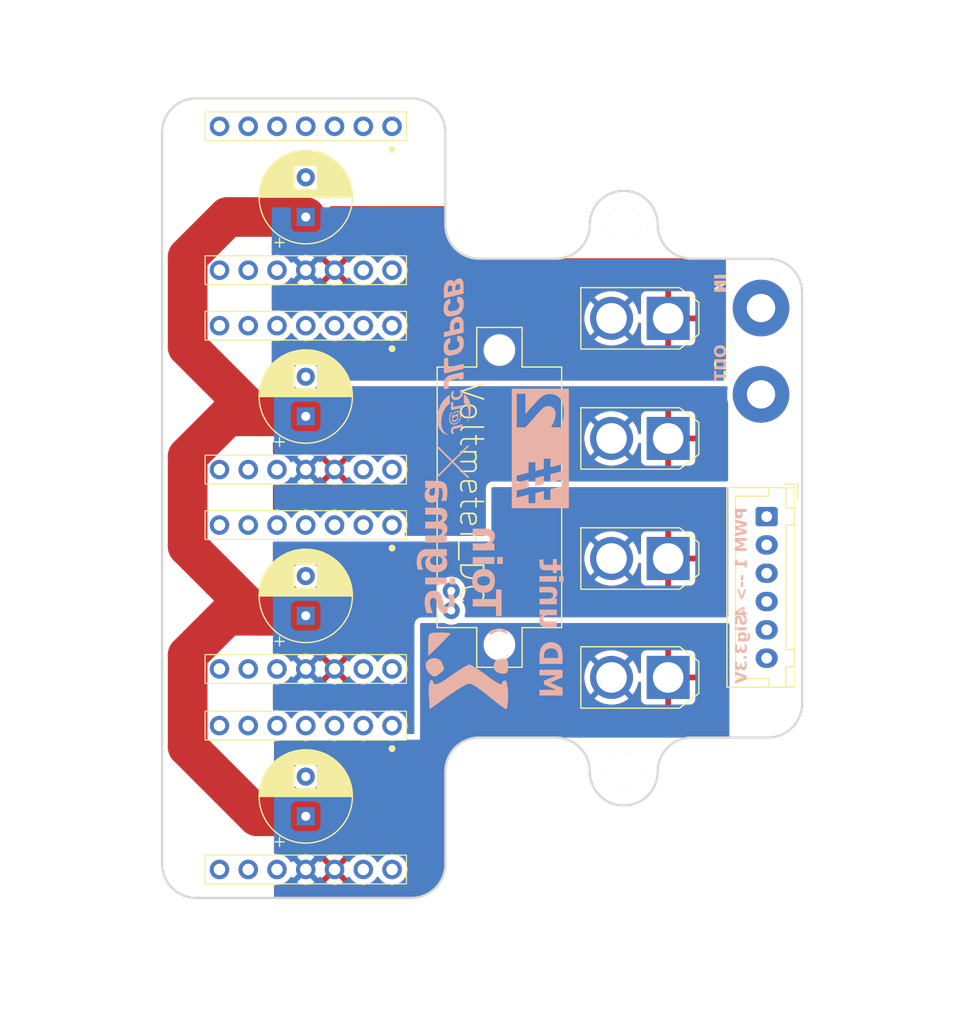
<source format=kicad_pcb>
(kicad_pcb (version 20221018) (generator pcbnew)
  (layers (0 "F.Cu" signal) (1 "In1.Cu" signal) (2 "In2.Cu" signal) (31 "B.Cu" signal) (34 "B.Paste" user) (35 "F.Paste" user) (36 "B.SilkS" user "B.Silkscreen") (37 "F.SilkS" user "F.Silkscreen") (38 "B.Mask" user) (39 "F.Mask" user) (44 "Edge.Cuts" user))
  (net 0 "")
  (net 1 "+9V")
  (net 2 "GND")
  (net 3 "+3.3V")
  (net 4 "sig")
  (net 5 "pwm1")
  (net 6 "pwm2")
  (net 7 "pwm3")
  (net 8 "M1out1")
  (net 9 "M1out2")
  (net 10 "M2out1")
  (net 11 "M2out2")
  (net 12 "M3out1")
  (net 13 "M3out2")
  (net 14 "M4out1")
  (net 15 "M4out2")
  (net 36 "pwm4")
  (footprint "Connector_AMASS:AMASS_XT30U-M_1x02_P5.0mm_Vertical" (layer "F.Cu") (at 202.095302 93.614 180)
    (fp_text reference "J4")
    (fp_text value "Conn_01x02_Pin")
  )
  (footprint "@3pare:DRV8874" (layer "F.Cu") (at 178.985302 72.414 -90)
    (fp_text reference "U1")
    (fp_text value "~")
  )
  (footprint "Capacitor_THT:CP_Radial_D8.0mm_P3.50mm" (layer "F.Cu") (at 170.095302 126.966651 90)
    (fp_text reference "C4")
    (fp_text value "16V470μF")
  )
  (footprint "Connector_JST:JST_XH_B6B-XH-A_1x06_P2.50mm_Vertical" (layer "F.Cu") (at 210.795302 100.514 -90)
    (fp_text reference "J2")
    (fp_text value "Conn_01x06_Pin")
  )
  (footprint "Connector_AMASS:AMASS_XT30U-M_1x02_P5.0mm_Vertical" (layer "F.Cu") (at 202.095302 114.714 180)
    (fp_text reference "J6")
    (fp_text value "Conn_01x02_Pin")
  )
  (footprint "MountingHole:MountingHole_3.2mm_M3" (layer "F.Cu") (at 198.173049 74.754224)
    (fp_text reference "REF**")
    (fp_text value "MountingHole_3.2mm_M3")
  )
  (footprint "@3pare:DRV8874" (layer "F.Cu") (at 178.985302 90.014 -90)
    (fp_text reference "U2")
    (fp_text value "~")
  )
  (footprint "Connector_AMASS:AMASS_XT30U-M_1x02_P5.0mm_Vertical" (layer "F.Cu") (at 202.095302 83.014 180)
    (fp_text reference "J3")
    (fp_text value "Conn_01x02_Pin")
  )
  (footprint "@3pare:VoltMeter" (layer "F.Cu") (at 187.195302 98.814 -90)
    (fp_text reference "MES1")
    (fp_text value "Voltmeter_DC")
  )
  (footprint "Capacitor_THT:CP_Radial_D8.0mm_P3.50mm" (layer "F.Cu") (at 170.095302 109.266651 90)
    (fp_text reference "C3")
    (fp_text value "16V470μF")
  )
  (footprint "Connector_AMASS:AMASS_XT30U-M_1x02_P5.0mm_Vertical" (layer "F.Cu") (at 202.095302 104.214 180)
    (fp_text reference "J5")
    (fp_text value "Conn_01x02_Pin")
  )
  (footprint "MountingHole:MountingHole_3.2mm_M3" (layer "F.Cu") (at 198.173049 123.014 180)
    (fp_text reference "REF**")
    (fp_text value "MountingHole_3.2mm_M3")
  )
  (footprint "Capacitor_THT:CP_Radial_D8.0mm_P3.50mm" (layer "F.Cu") (at 170.095302 91.666651 90)
    (fp_text reference "C2")
    (fp_text value "16V470μF")
  )
  (footprint "@3pare:DRV8874" (layer "F.Cu") (at 178.985302 107.614 -90)
    (fp_text reference "U3")
    (fp_text value "~")
  )
  (footprint "Capacitor_THT:CP_Radial_D8.0mm_P3.50mm" (layer "F.Cu") (at 170.095302 74.066651 90)
    (fp_text reference "C1")
    (fp_text value "16V470μF")
  )
  (footprint "@3pare:DRV8874" (layer "F.Cu") (at 178.985302 125.314 -90)
    (fp_text reference "U4")
    (fp_text value "~")
  )
  (footprint "@3pare:2pin" (layer "F.Cu") (at 210.295302 86.168 -90)
    (fp_text reference "J1")
    (fp_text value "Conn_01x02_Pin")
  )
  (gr_poly (pts (xy 187.963821 113.597582) (xy 187.95937 113.498494) (xy 187.951446 113.410403) (xy 187.946053 113.370339) (xy 187.939636 113.332854) (xy 187.932145 113.297891) (xy 187.923527 113.265392) (xy 187.913731 113.235302) (xy 187.902705 113.207563) (xy 187.890397 113.182118) (xy 187.876756 113.158911) (xy 187.861731 113.137885) (xy 187.845268 113.118982) (xy 187.827318 113.102147) (xy 187.807827 113.087322) (xy 187.786745 113.07445) (xy 187.764019 113.063475) (xy 187.739599 113.054339) (xy 187.713431 113.046987) (xy 187.685466 113.04136) (xy 187.65565 113.037402) (xy 187.623933 113.035057) (xy 187.590262 113.034267) (xy 187.554587 113.034976) (xy 187.516854 113.037127) (xy 187.435013 113.045526) (xy 187.344324 113.05901) (xy 187.267271 113.071571) (xy 187.230494 113.079326) (xy 187.194889 113.088059) (xy 187.160463 113.097763) (xy 187.127221 113.108433) (xy 187.095167 113.120065) (xy 187.064306 113.132652) (xy 187.034645 113.146191) (xy 187.006188 113.160675) (xy 186.97894 113.176099) (xy 186.952906 113.192459) (xy 186.928092 113.209749) (xy 186.904502 113.227964) (xy 186.882143 113.247099) (xy 186.861018 113.267149) (xy 186.841134 113.288108) (xy 186.822495 113.309971) (xy 186.805107 113.332734) (xy 186.788974 113.35639) (xy 186.774103 113.380936) (xy 186.760497 113.406365) (xy 186.748163 113.432673) (xy 186.737105 113.459854) (xy 186.727329 113.487903) (xy 186.718839 113.516815) (xy 186.711641 113.546585) (xy 186.705741 113.577208) (xy 186.701142 113.608678) (xy 186.697851 113.64099) (xy 186.695873 113.67414) (xy 186.695213 113.708121) (xy 186.695873 113.742103) (xy 186.697851 113.775252) (xy 186.701142 113.807565) (xy 186.705741 113.839035) (xy 186.711641 113.869657) (xy 186.718839 113.899427) (xy 186.727329 113.928339) (xy 186.737105 113.956389) (xy 186.748163 113.983569) (xy 186.760497 114.009877) (xy 186.774103 114.035306) (xy 186.788974 114.059852) (xy 186.805107 114.083508) (xy 186.822495 114.106271) (xy 186.841134 114.128134) (xy 186.861018 114.149093) (xy 186.882143 114.169143) (xy 186.904502 114.188278) (xy 186.928092 114.206493) (xy 186.952906 114.223783) (xy 186.97894 114.240143) (xy 187.006188 114.255567) (xy 187.034645 114.270052) (xy 187.064306 114.28359) (xy 187.095167 114.296177) (xy 187.127221 114.307809) (xy 187.194889 114.328183) (xy 187.267271 114.344671) (xy 187.344324 114.357232) (xy 187.435013 114.370716) (xy 187.516854 114.379115) (xy 187.590262 114.381975) (xy 187.623933 114.381185) (xy 187.65565 114.37884) (xy 187.685466 114.374882) (xy 187.713431 114.369256) (xy 187.739599 114.361903) (xy 187.764019 114.352767) (xy 187.786745 114.341792) (xy 187.807827 114.32892) (xy 187.827318 114.314095) (xy 187.845268 114.29726) (xy 187.861731 114.278358) (xy 187.876756 114.257331) (xy 187.890397 114.234124) (xy 187.902705 114.20868) (xy 187.913731 114.180941) (xy 187.923527 114.15085) (xy 187.932145 114.118352) (xy 187.939636 114.083389) (xy 187.951446 114.005839) (xy 187.95937 113.917748) (xy 187.963821 113.818661) (xy 187.965212 113.708121)) (fill solid) (layer "B.SilkS"))
  (gr_poly (pts (xy 184.033104 80.261693) (xy 184.030027 80.115714) (xy 184.025256 79.998136) (xy 184.01881 79.925682) (xy 184.009083 79.872149) (xy 183.99837 79.822605) (xy 183.986599 79.776947) (xy 183.980293 79.755543) (xy 183.973693 79.735072) (xy 183.966792 79.715521) (xy 183.959578 79.696876) (xy 183.952044 79.679126) (xy 183.944179 79.662257) (xy 183.935975 79.646255) (xy 183.927421 79.631109) (xy 183.918509 79.616806) (xy 183.909229 79.603332) (xy 183.899571 79.590674) (xy 183.889527 79.57882) (xy 183.879088 79.567756) (xy 183.868242 79.557471) (xy 183.856982 79.54795) (xy 183.845298 79.539181) (xy 183.833181 79.531151) (xy 183.820621 79.523847) (xy 183.807608 79.517256) (xy 183.794134 79.511365) (xy 183.78019 79.506162) (xy 183.765765 79.501633) (xy 183.75085 79.497766) (xy 183.735436 79.494547) (xy 183.719514 79.491963) (xy 183.703074 79.490003) (xy 183.684992 79.488749) (xy 183.666817 79.488286) (xy 183.64858 79.488595) (xy 183.63031 79.489662) (xy 183.612039 79.491468) (xy 183.593798 79.493998) (xy 183.575616 79.497236) (xy 183.557526 79.501165) (xy 183.539556 79.505767) (xy 183.521739 79.511028) (xy 183.504105 79.51693) (xy 183.486684 79.523458) (xy 183.469508 79.530593) (xy 183.452606 79.538321) (xy 183.436009 79.546624) (xy 183.419749 79.555486) (xy 183.403856 79.564891) (xy 183.388361 79.574822) (xy 183.373293 79.585263) (xy 183.358685 79.596197) (xy 183.344566 79.607608) (xy 183.330968 79.619478) (xy 183.317921 79.631793) (xy 183.305455 79.644535) (xy 183.293602 79.657688) (xy 183.282391 79.671235) (xy 183.271855 79.68516) (xy 183.262023 79.699447) (xy 183.252926 79.714078) (xy 183.244594 79.729038) (xy 183.237059 79.74431) (xy 183.230352 79.759877) (xy 183.224155 79.774095) (xy 183.218153 79.786966) (xy 183.215233 79.79289) (xy 183.212372 79.798468) (xy 183.209574 79.803698) (xy 183.206842 79.808577) (xy 183.20418 79.813102) (xy 183.201592 79.81727) (xy 183.19908 79.821079) (xy 183.196648 79.824524) (xy 183.194301 79.827604) (xy 183.192041 79.830316) (xy 183.189872 79.832656) (xy 183.187798 79.834622) (xy 183.185822 79.83621) (xy 183.183948 79.837419) (xy 183.182179 79.838244) (xy 183.180518 79.838684) (xy 183.178971 79.838734) (xy 183.17824 79.838613) (xy 183.177539 79.838393) (xy 183.176868 79.838074) (xy 183.176227 79.837657) (xy 183.175037 79.836523) (xy 183.173975 79.834989) (xy 183.173042 79.833052) (xy 183.172243 79.830708) (xy 183.171582 79.827955) (xy 183.171061 79.82479) (xy 183.170685 79.82121) (xy 183.170457 79.817212) (xy 183.17038 79.812793) (xy 183.169993 79.809764) (xy 183.168857 79.806003) (xy 183.167008 79.801566) (xy 183.164482 79.796505) (xy 183.161315 79.790877) (xy 183.157543 79.784734) (xy 183.153203 79.778131) (xy 183.148331 79.771122) (xy 183.142963 79.763762) (xy 183.137134 79.756105) (xy 183.124243 79.740116) (xy 183.117252 79.731893) (xy 183.109946 79.72359) (xy 183.102361 79.71526) (xy 183.094532 79.70696) (xy 183.069645 79.681266) (xy 183.059 79.670815) (xy 183.049222 79.661815) (xy 183.040065 79.65416) (xy 183.03128 79.647739) (xy 183.02695 79.644958) (xy 183.022619 79.642445) (xy 183.018258 79.640186) (xy 183.013834 79.638168) (xy 183.009318 79.636378) (xy 183.004677 79.634802) (xy 182.999882 79.633426) (xy 182.9949 79.632236) (xy 182.984255 79.630363) (xy 182.972493 79.629073) (xy 182.959368 79.62826) (xy 182.944629 79.627813) (xy 182.909324 79.627585) (xy 182.888758 79.62792) (xy 182.868407 79.628922) (xy 182.848277 79.630586) (xy 182.828378 79.632908) (xy 182.808717 79.635882) (xy 182.7893 79.639503) (xy 182.770137 79.643767) (xy 182.751235 79.648669) (xy 182.732602 79.654204) (xy 182.714245 79.660367) (xy 182.696173 79.667154) (xy 182.678392 79.674559) (xy 182.660912 79.682578) (xy 182.643738 79.691205) (xy 182.62688 79.700437) (xy 182.610345 79.710268) (xy 182.59414 79.720692) (xy 182.578274 79.731707) (xy 182.562755 79.743306) (xy 182.547589 79.755484) (xy 182.532785 79.768238) (xy 182.51835 79.781562) (xy 182.504293 79.795451) (xy 182.490621 79.8099) (xy 182.477341 79.824905) (xy 182.464462 79.84046) (xy 182.451991 79.856561) (xy 182.439937 79.873203) (xy 182.428306 79.890382) (xy 182.417106 79.908092) (xy 182.406346 79.926328) (xy 182.396032 79.945085) (xy 182.365075 80.007507) (xy 182.352043 80.038432) (xy 182.340525 80.070073) (xy 182.330433 80.10311) (xy 182.32168 80.138221) (xy 182.314178 80.176086) (xy 182.307838 80.217385) (xy 182.302573 80.262798) (xy 182.298295 80.313004) (xy 182.292349 80.430513) (xy 182.289296 80.575348) (xy 182.288435 80.752946) (xy 182.288635 80.891404) (xy 182.288923 80.949097) (xy 182.289372 80.999725) (xy 182.290007 81.04376) (xy 182.290854 81.08167) (xy 182.291938 81.113928) (xy 182.292577 81.128083) (xy 182.293286 81.141002) (xy 182.294067 81.152742) (xy 182.294923 81.163363) (xy 182.295858 81.172923) (xy 182.296876 81.181482) (xy 182.297978 81.189097) (xy 182.299169 81.195828) (xy 182.300452 81.201733) (xy 182.30183 81.206872) (xy 182.303306 81.211303) (xy 182.304883 81.215084) (xy 182.306565 81.218276) (xy 182.308355 81.220935) (xy 182.310256 81.223122) (xy 182.312271 81.224894) (xy 182.314404 81.226312) (xy 182.316657 81.227433) (xy 182.395302 81.214) (xy 182.587635 81.17289) (xy 182.686873 81.150386) (xy 182.686873 80.68377) (xy 182.682856 80.683612) (xy 182.679178 80.683238) (xy 182.675805 80.682652) (xy 182.672702 80.681854) (xy 182.671241 80.681376) (xy 182.669834 80.680845) (xy 182.667168 80.679627) (xy 182.664667 80.678201) (xy 182.662299 80.676568) (xy 182.660027 80.67473) (xy 182.657818 80.672688) (xy 182.655638 80.670443) (xy 182.65345 80.667996) (xy 182.651222 80.665349) (xy 182.646505 80.65946) (xy 182.642741 80.653986) (xy 182.63938 80.648081) (xy 182.636412 80.641643) (xy 182.633827 80.634572) (xy 182.631613 80.626768) (xy 182.629761 80.618129) (xy 182.628261 80.608555) (xy 182.627102 80.597944) (xy 182.626273 80.586197) (xy 182.625765 80.573212) (xy 182.625669 80.543126) (xy 182.62673 80.50688) (xy 182.628866 80.463668) (xy 182.632197 80.418931) (xy 182.634379 80.397732) (xy 182.63691 80.377306) (xy 182.639791 80.35765) (xy 182.643024 80.338761) (xy 182.646611 80.320633) (xy 182.650556 80.303264) (xy 182.65486 80.28665) (xy 182.659525 80.270786) (xy 182.664554 80.255669) (xy 182.669948 80.241294) (xy 182.675711 80.227659) (xy 182.681845 80.214758) (xy 182.688351 80.202589) (xy 182.695232 80.191147) (xy 182.70249 80.180429) (xy 182.710128 80.17043) (xy 182.718148 80.161147) (xy 182.726551 80.152576) (xy 182.735341 80.144713) (xy 182.74452 80.137554) (xy 182.754089 80.131095) (xy 182.764051 80.125332) (xy 182.774409 80.120262) (xy 182.785164 80.115881) (xy 182.796319 80.112184) (xy 182.807876 80.109168) (xy 182.819838 80.106829) (xy 182.832206 80.105163) (xy 182.844983 80.104166) (xy 182.858171 80.103835) (xy 182.865565 80.103999) (xy 182.872861 80.10449) (xy 182.880052 80.105301) (xy 182.887134 80.106429) (xy 182.894101 80.107868) (xy 182.900948 80.109614) (xy 182.907668 80.111661) (xy 182.914257 80.114005) (xy 182.92071 80.116641) (xy 182.927019 80.119564) (xy 182.933181 80.122769) (xy 182.93919 80.126252) (xy 182.945039 80.130008) (xy 182.950724 80.134031) (xy 182.956239 80.138317) (xy 182.961579 80.142861) (xy 182.966738 80.147659) (xy 182.971711 80.152704) (xy 182.976492 80.157994) (xy 182.981075 80.163522) (xy 182.985456 80.169283) (xy 182.989628 80.175274) (xy 182.993586 80.181489) (xy 182.997326 80.187923) (xy 183.00084 80.194572) (xy 183.004124 80.20143) (xy 183.007172 80.208493) (xy 183.009979 80.215756) (xy 183.01254 80.223214) (xy 183.014848 80.230863) (xy 183.016898 80.238696) (xy 183.018685 80.24671) (xy 183.020856 80.260709) (xy 183.022737 80.278495) (xy 183.02563 80.323054) (xy 183.027367 80.375632) (xy 183.027945 80.431477) (xy 183.027367 80.485834) (xy 183.02563 80.533948) (xy 183.022737 80.571066) (xy 183.020856 80.584015) (xy 183.018685 80.592433) (xy 183.016839 80.594618) (xy 183.013345 80.59718) (xy 183.00829 80.600083) (xy 183.001763 80.603291) (xy 182.984641 80.610478) (xy 182.962682 80.618449) (xy 182.936588 80.626917) (xy 182.907064 80.635592) (xy 182.874811 80.644184) (xy 182.840532 80.652404) (xy 182.81132 80.659537) (xy 182.785676 80.66573) (xy 182.763324 80.670992) (xy 182.743987 80.675335) (xy 182.735363 80.677164) (xy 182.727389 80.678768) (xy 182.720031 80.680147) (xy 182.713253 80.681302) (xy 182.707022 80.682235) (xy 182.701304 80.682947) (xy 182.696062 80.683439) (xy 182.691263 80.683713) (xy 182.686873 80.68377) (xy 182.686873 81.150386) (xy 183.162883 81.042445) (xy 183.337387 81.001205) (xy 183.337387 80.534678) (xy 183.333443 80.534609) (xy 183.32982 80.53438) (xy 183.326504 80.533994) (xy 183.32348 80.533452) (xy 183.320732 80.532755) (xy 183.318245 80.531904) (xy 183.316005 80.5309) (xy 183.313995 80.529745) (xy 183.312202 80.528441) (xy 183.310608 80.526988) (xy 183.309201 80.525387) (xy 183.307963 80.523641) (xy 183.305466 80.519213) (xy 183.303263 80.513585) (xy 183.299712 80.499008) (xy 183.297262 80.480473) (xy 183.295864 80.458542) (xy 183.295468 80.433779) (xy 183.296026 80.406748) (xy 183.297488 80.378012) (xy 183.299805 80.348134) (xy 183.302928 80.317676) (xy 183.306809 80.287204) (xy 183.311397 80.257279) (xy 183.316645 80.228465) (xy 183.322502 80.201325) (xy 183.328919 80.176423) (xy 183.335849 80.154322) (xy 183.343241 80.135585) (xy 183.349849 80.121495) (xy 183.35708 80.108005) (xy 183.364894 80.095127) (xy 183.373254 80.082872) (xy 183.382121 80.071251) (xy 183.391455 80.060276) (xy 183.401218 80.049957) (xy 183.411371 80.040307) (xy 183.421875 80.031337) (xy 183.432693 80.023057) (xy 183.443784 80.01548) (xy 183.45511 80.008616) (xy 183.466632 80.002477) (xy 183.478313 79.997074) (xy 183.490112 79.992418) (xy 183.501991 79.988521) (xy 183.513911 79.985394) (xy 183.525834 79.983048) (xy 183.537721 79.981495) (xy 183.549533 79.980745) (xy 183.561231 79.980811) (xy 183.572777 79.981703) (xy 183.584132 79.983434) (xy 183.595256 79.986013) (xy 183.606112 79.989453) (xy 183.616661 79.993764) (xy 183.626863 79.998958) (xy 183.63668 80.005047) (xy 183.646074 80.012042) (xy 183.655005 80.019953) (xy 183.663434 80.028792) (xy 183.671324 80.038571) (xy 183.676702 80.046203) (xy 183.681608 80.053985) (xy 183.686063 80.062066) (xy 183.690093 80.070597) (xy 183.693719 80.079727) (xy 183.696966 80.089607) (xy 183.699856 80.100386) (xy 183.702413 80.112213) (xy 183.704659 80.12524) (xy 183.706619 80.139616) (xy 183.708315 80.15549) (xy 183.709771 80.173013) (xy 183.712055 80.213603) (xy 183.713657 80.262586) (xy 183.714653 80.297522) (xy 183.715008 80.330412) (xy 183.714743 80.360532) (xy 183.714384 80.374328) (xy 183.713878 80.38716) (xy 183.713227 80.398937) (xy 183.712434 80.40957) (xy 183.711502 80.418968) (xy 183.710433 80.42704) (xy 183.709229 80.433697) (xy 183.707894 80.438847) (xy 183.707177 80.440829) (xy 183.706429 80.4424) (xy 183.705649 80.44355) (xy 183.704838 80.444266) (xy 183.697941 80.447126) (xy 183.684388 80.451597) (xy 183.640456 80.464551) (xy 183.579326 80.481473) (xy 183.507282 80.50071) (xy 183.480762 80.507285) (xy 183.456684 80.513126) (xy 183.434926 80.518244) (xy 183.415367 80.522648) (xy 183.397885 80.52635) (xy 183.38236 80.529359) (xy 183.368669 80.531686) (xy 183.362473 80.532597) (xy 183.35669 80.533342) (xy 183.351306 80.533921) (xy 183.346304 80.534336) (xy 183.341669 80.534588) (xy 183.337387 80.534678) (xy 183.337387 81.001205) (xy 183.741439 80.905716) (xy 183.937906 80.856751) (xy 184.022338 80.832321) (xy 184.025418 80.821694) (xy 184.028046 80.795173) (xy 184.031957 80.702813) (xy 184.034089 80.571965) (xy 184.034465 80.419351)) (fill solid) (layer "B.SilkS"))
  (gr_poly (pts (xy 182.883901 110.824245) (xy 182.88001 110.819202) (xy 182.864762 110.809611) (xy 182.840006 110.800681) (xy 182.806278 110.792413) (xy 182.71406 110.777861) (xy 182.592407 110.765955) (xy 182.445618 110.756694) (xy 182.277994 110.75008) (xy 182.093833 110.746111) (xy 181.897435 110.744788) (xy 181.728212 110.745353) (xy 181.579494 110.747985) (xy 181.449958 110.75409) (xy 181.338282 110.765073) (xy 181.288728 110.772833) (xy 181.243142 110.782339) (xy 181.20136 110.793769) (xy 181.163216 110.807296) (xy 181.128545 110.823097) (xy 181.09718 110.841347) (xy 181.068958 110.862223) (xy 181.043713 110.885899) (xy 181.021278 110.912552) (xy 181.001489 110.942357) (xy 180.984181 110.975491) (xy 180.969188 111.012127) (xy 180.956345 111.052444) (xy 180.945486 111.096615) (xy 180.936446 111.144817) (xy 180.92906 111.197226) (xy 180.918587 111.315365) (xy 180.912744 111.452438) (xy 180.910208 111.609851) (xy 180.909657 111.78901) (xy 180.909657 112.833232) (xy 181.897435 111.873677) (xy 182.277994 111.492236) (xy 182.445618 111.322516) (xy 182.592407 111.171649) (xy 182.71406 111.043271) (xy 182.764117 110.988652) (xy 182.806278 110.94102) (xy 182.840006 110.90083) (xy 182.864762 110.868535) (xy 182.88001 110.844592) (xy 182.883901 110.835894) (xy 182.885212 110.829454)) (fill solid) (layer "B.SilkS"))
  (gr_line (start 181.670302 97.039) (end 184.420302 94.289) (stroke (width 0.15)) (layer "B.SilkS"))
  (gr_poly (pts (xy 187.964696 111.448552) (xy 187.962401 111.272852) (xy 187.957213 111.119311) (xy 187.948015 110.986441) (xy 187.941563 110.927292) (xy 187.93369 110.872752) (xy 187.924256 110.822637) (xy 187.913123 110.776758) (xy 187.900149 110.734932) (xy 187.885197 110.69697) (xy 187.868125 110.662688) (xy 187.848796 110.631899) (xy 187.827069 110.604418) (xy 187.802804 110.580057) (xy 187.775862 110.558632) (xy 187.746105 110.539956) (xy 187.713391 110.523844) (xy 187.677582 110.510108) (xy 187.638538 110.498564) (xy 187.596119 110.489024) (xy 187.550186 110.481304) (xy 187.5006 110.475216) (xy 187.389909 110.467196) (xy 187.26293 110.463475) (xy 187.118546 110.462566) (xy 186.93003 110.466335) (xy 186.76665 110.478165) (xy 186.694386 110.487349) (xy 186.628405 110.498843) (xy 186.568709 110.512745) (xy 186.515296 110.529153) (xy 186.468167 110.548165) (xy 186.427322 110.569881) (xy 186.392761 110.594397) (xy 186.364484 110.621812) (xy 186.34249 110.652224) (xy 186.32678 110.685732) (xy 186.317355 110.722434) (xy 186.314213 110.762427) (xy 186.317355 110.80581) (xy 186.32678 110.852682) (xy 186.34249 110.903139) (xy 186.364484 110.957282) (xy 186.392761 111.015207) (xy 186.427322 111.077012) (xy 186.468167 111.142797) (xy 186.515296 111.21266) (xy 186.628405 111.365009) (xy 186.76665 111.534845) (xy 186.93003 111.722954) (xy 187.118546 111.930121) (xy 187.936991 112.861454) (xy 187.965212 111.647898)) (fill solid) (layer "B.SilkS"))
  (gr_poly (pts (xy 182.766449 89.796405) (xy 182.753506 89.803674) (xy 182.736325 89.81454) (xy 182.71563 89.828465) (xy 182.692145 89.844912) (xy 182.666593 89.863343) (xy 182.639697 89.883221) (xy 182.612181 89.904009) (xy 182.584769 89.925169) (xy 182.507861 89.989522) (xy 182.433935 90.058166) (xy 182.363038 90.131013) (xy 182.295215 90.20797) (xy 182.230514 90.288947) (xy 182.16898 90.373854) (xy 182.110661 90.462601) (xy 182.055602 90.555097) (xy 182.00385 90.651252) (xy 181.955453 90.750975) (xy 181.910456 90.854176) (xy 181.868905 90.960764) (xy 181.830848 91.07065) (xy 181.796331 91.183741) (xy 181.7654 91.299949) (xy 181.738102 91.419182) (xy 181.72787 91.473109) (xy 181.719006 91.530032) (xy 181.71151 91.589436) (xy 181.705387 91.650803) (xy 181.700638 91.713618) (xy 181.697267 91.777362) (xy 181.695275 91.84152) (xy 181.694666 91.905575) (xy 181.695442 91.969009) (xy 181.697605 92.031307) (xy 181.701158 92.091951) (xy 181.706104 92.150425) (xy 181.712445 92.206211) (xy 181.720184 92.258794) (xy 181.729323 92.307655) (xy 181.739866 92.35228) (xy 181.767135 92.447948) (xy 181.797368 92.538518) (xy 181.830593 92.624019) (xy 181.866838 92.704479) (xy 181.906132 92.779926) (xy 181.948504 92.850389) (xy 181.970853 92.88376) (xy 181.993981 92.915896) (xy 182.017894 92.9468) (xy 182.042593 92.976476) (xy 182.068083 93.004927) (xy 182.094367 93.032157) (xy 182.121449 93.058169) (xy 182.149332 93.082967) (xy 182.178021 93.106555) (xy 182.207517 93.128936) (xy 182.237826 93.150113) (xy 182.26895 93.17009) (xy 182.300893 93.188871) (xy 182.333658 93.20646) (xy 182.36725 93.222859) (xy 182.401672 93.238072) (xy 182.436927 93.252104) (xy 182.473019 93.264957) (xy 182.509951 93.276634) (xy 182.547727 93.287141) (xy 182.595589 93.299188) (xy 182.61482 93.303803) (xy 182.630988 93.307453) (xy 182.644149 93.310122) (xy 182.654356 93.311791) (xy 182.658369 93.312244) (xy 182.661664 93.312441) (xy 182.664248 93.312379) (xy 182.666128 93.312056) (xy 182.66731 93.311469) (xy 182.667801 93.310616) (xy 182.667608 93.309495) (xy 182.666738 93.308104) (xy 182.665197 93.306441) (xy 182.662992 93.304502) (xy 182.656619 93.299791) (xy 182.647673 93.293954) (xy 182.636207 93.286972) (xy 182.605935 93.269502) (xy 182.533659 93.224132) (xy 182.466357 93.173442) (xy 182.404083 93.117569) (xy 182.346891 93.05665) (xy 182.294836 92.990822) (xy 182.247972 92.920221) (xy 182.206353 92.844985) (xy 182.170034 92.76525) (xy 182.139068 92.681154) (xy 182.11351 92.592834) (xy 182.093415 92.500425) (xy 182.078835 92.404066) (xy 182.069827 92.303894) (xy 182.066443 92.200044) (xy 182.068739 92.092655) (xy 182.076768 91.981863) (xy 182.089497 91.870417) (xy 182.105838 91.762338) (xy 182.125765 91.657685) (xy 182.149253 91.556518) (xy 182.176276 91.458895) (xy 182.206807 91.364877) (xy 182.240821 91.274523) (xy 182.278293 91.187893) (xy 182.319195 91.105045) (xy 182.363504 91.026039) (xy 182.411192 90.950934) (xy 182.462233 90.879791) (xy 182.516603 90.812668) (xy 182.574275 90.749625) (xy 182.635223 90.690721) (xy 182.699421 90.636016) (xy 182.817602 90.540766) (xy 182.817602 89.768182)) (fill solid) (layer "B.SilkS"))
  (gr_poly (pts (xy 187.963903 116.117587) (xy 187.960031 115.990979) (xy 187.953678 115.86892) (xy 187.944928 115.752027) (xy 187.933862 115.640923) (xy 187.920564 115.536227) (xy 187.905116 115.438558) (xy 187.887602 115.348538) (xy 187.868102 115.266786) (xy 187.846701 115.193922) (xy 187.835314 115.161017) (xy 187.823482 115.130567) (xy 187.811215 115.102648) (xy 187.798525 115.07734) (xy 187.785422 115.054718) (xy 187.771915 115.034862) (xy 187.758016 115.017847) (xy 187.743734 115.003753) (xy 187.729081 114.992655) (xy 187.714065 114.984632) (xy 187.698698 114.979762) (xy 187.68299 114.978121) (xy 187.669765 114.97853) (xy 187.656566 114.97974) (xy 187.643419 114.981725) (xy 187.630349 114.98446) (xy 187.617383 114.987918) (xy 187.604545 114.992074) (xy 187.591863 114.996901) (xy 187.579362 115.002375) (xy 187.567067 115.008468) (xy 187.555005 115.015156) (xy 187.543201 115.022412) (xy 187.531682 115.030211) (xy 187.520472 115.038527) (xy 187.509599 115.047333) (xy 187.499087 115.056605) (xy 187.488962 115.066316) (xy 187.479252 115.07644) (xy 187.46998 115.086952) (xy 187.461173 115.097825) (xy 187.452858 115.109035) (xy 187.445059 115.120554) (xy 187.437803 115.132358) (xy 187.431115 115.14442) (xy 187.425021 115.156715) (xy 187.419548 115.169216) (xy 187.414721 115.181899) (xy 187.410565 115.194736) (xy 187.407107 115.207702) (xy 187.404372 115.220772) (xy 187.402387 115.23392) (xy 187.401177 115.247119) (xy 187.400768 115.260343) (xy 187.399046 115.27482) (xy 187.39394 115.286526) (xy 187.385536 115.295504) (xy 187.373924 115.301795) (xy 187.35919 115.30544) (xy 187.341423 115.30648) (xy 187.29714 115.300913) (xy 187.241777 115.285424) (xy 187.176038 115.260343) (xy 187.100624 115.226003) (xy 187.01624 115.182732) (xy 186.923588 115.130863) (xy 186.82337 115.070725) (xy 186.716289 115.00265) (xy 186.603049 114.926968) (xy 186.484352 114.84401) (xy 186.3609 114.754107) (xy 186.233397 114.657589) (xy 186.102545 114.554788) (xy 185.829804 114.35839) (xy 185.566324 114.174229) (xy 185.318718 114.006604) (xy 185.093602 113.859816) (xy 184.897589 113.738162) (xy 184.812564 113.688105) (xy 184.737296 113.645944) (xy 184.672611 113.612217) (xy 184.619336 113.58746) (xy 184.578298 113.572212) (xy 184.562626 113.568322) (xy 184.550323 113.56701) (xy 184.517058 113.572212) (xy 184.470728 113.58746) (xy 184.412161 113.612217) (xy 184.342185 113.645944) (xy 184.171308 113.738162) (xy 183.964713 113.859816) (xy 183.729013 114.006604) (xy 183.470824 114.174229) (xy 183.19676 114.35839) (xy 182.913435 114.554788) (xy 182.73912 114.68114) (xy 182.575926 114.795669) (xy 182.423728 114.898457) (xy 182.282404 114.989586) (xy 182.151828 115.069141) (xy 182.090532 115.104603) (xy 182.031876 115.137202) (xy 181.975846 115.166949) (xy 181.922426 115.193853) (xy 181.871599 115.217926) (xy 181.823352 115.239177) (xy 181.777667 115.257617) (xy 181.73453 115.273256) (xy 181.693925 115.286104) (xy 181.655837 115.296172) (xy 181.62025 115.303471) (xy 181.587149 115.30801) (xy 181.556518 115.309799) (xy 181.528341 115.30885) (xy 181.502604 115.305173) (xy 181.47929 115.298777) (xy 181.458384 115.289673) (xy 181.439871 115.277872) (xy 181.423735 115.263384) (xy 181.409961 115.246218) (xy 181.398533 115.226387) (xy 181.389435 115.203899) (xy 181.341893 115.088219) (xy 181.294846 115.004745) (xy 181.271664 114.974606) (xy 181.248792 114.951945) (xy 181.226292 114.936571) (xy 181.204226 114.928291) (xy 181.182657 114.926916) (xy 181.161645 114.932253) (xy 181.141253 114.944112) (xy 181.121544 114.962301) (xy 181.102579 114.98663) (xy 181.08442 115.016906) (xy 181.050768 115.094538) (xy 181.021085 115.193667) (xy 180.995867 115.312764) (xy 180.97561 115.450299) (xy 180.96081 115.604743) (xy 180.951963 115.774565) (xy 180.949565 115.958237) (xy 180.954113 116.154228) (xy 180.966101 116.36101) (xy 181.050768 117.518121) (xy 182.60299 116.389232) (xy 182.92049 116.170565) (xy 183.232699 115.962812) (xy 183.531678 115.771595) (xy 183.80949 115.602538) (xy 183.937979 115.528076) (xy 184.058199 115.461261) (xy 184.169158 115.402798) (xy 184.269865 115.353389) (xy 184.359327 115.313736) (xy 184.436553 115.284542) (xy 184.500549 115.26651) (xy 184.527276 115.2619) (xy 184.550323 115.260343) (xy 184.594152 115.2662) (xy 184.65092 115.283384) (xy 184.719678 115.311317) (xy 184.799473 115.34942) (xy 184.889355 115.397114) (xy 184.988374 115.45382) (xy 185.210018 115.591955) (xy 185.456797 115.759193) (xy 185.721105 115.950906) (xy 185.995334 116.162462) (xy 186.271879 116.389232) (xy 186.544565 116.616002) (xy 186.80766 116.827559) (xy 187.054219 117.019271) (xy 187.277296 117.18651) (xy 187.469946 117.324645) (xy 187.55269 117.381351) (xy 187.625223 117.429045) (xy 187.686677 117.467148) (xy 187.736183 117.49508) (xy 187.772873 117.512265) (xy 187.786141 117.516645) (xy 187.79588 117.518121) (xy 187.803814 117.51648) (xy 187.811734 117.51161) (xy 187.827464 117.49249) (xy 187.842946 117.46138) (xy 187.858056 117.418902) (xy 187.87267 117.365676) (xy 187.886664 117.30232) (xy 187.912296 117.147705) (xy 187.933959 116.960016) (xy 187.95066 116.744215) (xy 187.961409 116.505263) (xy 187.965212 116.248121)) (fill solid) (layer "B.SilkS"))
  (gr_poly (pts (xy 184.666598 90.925514) (xy 184.663229 90.828814) (xy 184.657834 90.73879) (xy 184.650537 90.661375) (xy 184.646215 90.62925) (xy 184.641463 90.602502) (xy 184.628529 90.544716) (xy 184.613561 90.487815) (xy 184.596594 90.431853) (xy 184.57766 90.376889) (xy 184.556793 90.32298) (xy 184.534028 90.270181) (xy 184.509396 90.21855) (xy 184.482933 90.168144) (xy 184.454672 90.11902) (xy 184.424646 90.071234) (xy 184.392889 90.024843) (xy 184.359434 89.979904) (xy 184.324315 89.936474) (xy 184.287566 89.89461) (xy 184.24922 89.854369) (xy 184.20931 89.815807) (xy 184.183858 89.792574) (xy 184.15948 89.770828) (xy 184.136756 89.751067) (xy 184.116265 89.733787) (xy 184.098585 89.719483) (xy 184.09098 89.713602) (xy 184.084295 89.708651) (xy 184.078602 89.704693) (xy 184.073973 89.701788) (xy 184.070482 89.7) (xy 184.069185 89.699544) (xy 184.068199 89.699391) (xy 184.066567 89.701383) (xy 184.064985 89.707228) (xy 184.061998 89.72968) (xy 184.0593 89.765154) (xy 184.056954 89.812059) (xy 184.053564 89.933795) (xy 184.052324 90.082155) (xy 184.052324 90.466683) (xy 184.175796 90.577808) (xy 184.192739 90.593349) (xy 184.208566 90.608297) (xy 184.223359 90.622758) (xy 184.237202 90.636843) (xy 184.250176 90.650658) (xy 184.262365 90.664314) (xy 184.273851 90.677918) (xy 184.284716 90.691578) (xy 184.295045 90.705404) (xy 184.304918 90.719504) (xy 184.31442 90.733987) (xy 184.323632 90.74896) (xy 184.332638 90.764533) (xy 184.341519 90.780813) (xy 184.350359 90.79791) (xy 184.359241 90.815933) (xy 184.385659 90.874625) (xy 184.408692 90.935643) (xy 184.428345 90.999038) (xy 184.444624 91.064861) (xy 184.457534 91.133166) (xy 184.467079 91.204002) (xy 184.473266 91.277422) (xy 184.476098 91.353478) (xy 184.475582 91.43222) (xy 184.471723 91.513702) (xy 184.464525 91.597974) (xy 184.453995 91.685089) (xy 184.440136 91.775097) (xy 184.422954 91.868051) (xy 184.402455 91.964002) (xy 184.378643 92.063002) (xy 184.370324 92.096619) (xy 184.362686 92.128211) (xy 184.355916 92.157074) (xy 184.350201 92.182505) (xy 184.345726 92.203803) (xy 184.342677 92.220264) (xy 184.341745 92.226461) (xy 184.34124 92.231185) (xy 184.341185 92.234348) (xy 184.341333 92.235317) (xy 184.341602 92.235863) (xy 184.342754 92.235824) (xy 184.344535 92.234107) (xy 184.349849 92.225945) (xy 184.366572 92.192896) (xy 184.389661 92.141698) (xy 184.417008 92.077334) (xy 184.446505 92.004783) (xy 184.476043 91.929029) (xy 184.503515 91.855053) (xy 184.52681 91.787835) (xy 184.545875 91.728132) (xy 184.565561 91.66078) (xy 184.585163 91.588716) (xy 184.60398 91.514873) (xy 184.621309 91.442189) (xy 184.636447 91.373597) (xy 184.648691 91.312033) (xy 184.657338 91.260433) (xy 184.660648 91.230894) (xy 184.663312 91.19635) (xy 184.666764 91.115215) (xy 184.667818 91.022959)) (fill solid) (layer "B.SilkS"))
  (gr_line (start 181.670302 94.289) (end 184.420302 97.039) (stroke (width 0.15)) (layer "B.SilkS"))
  (gr_poly (pts (xy 183.961704 89.601495) (xy 183.961219 89.579551) (xy 183.960261 89.557901) (xy 183.958832 89.53684) (xy 183.956936 89.516663) (xy 183.954575 89.497664) (xy 183.951751 89.480138) (xy 183.948468 89.464379) (xy 183.944727 89.450682) (xy 183.94223 89.444181) (xy 183.93939 89.437284) (xy 183.932793 89.422543) (xy 183.925162 89.406933) (xy 183.916725 89.390931) (xy 183.907709 89.375011) (xy 183.898342 89.359649) (xy 183.893598 89.352326) (xy 183.888851 89.345321) (xy 183.88413 89.338693) (xy 183.879463 89.332502) (xy 183.83713 89.27253) (xy 183.768338 89.339558) (xy 183.76117 89.346496) (xy 183.754241 89.353393) (xy 183.747579 89.360207) (xy 183.741218 89.366898) (xy 183.735187 89.373423) (xy 183.729519 89.379741) (xy 183.724242 89.385811) (xy 183.71939 89.391592) (xy 183.714992 89.397042) (xy 183.71108 89.40212) (xy 183.707685 89.406785) (xy 183.704838 89.410995) (xy 183.702569 89.414709) (xy 183.70091 89.417885) (xy 183.700319 89.419259) (xy 183.699892 89.420483) (xy 183.699633 89.421552) (xy 183.699546 89.42246) (xy 183.699729 89.424316) (xy 183.700266 89.426557) (xy 183.701139 89.429154) (xy 183.70233 89.432079) (xy 183.70382 89.435304) (xy 183.705592 89.4388) (xy 183.707628 89.44254) (xy 183.709909 89.446493) (xy 183.715135 89.45493) (xy 183.721126 89.463884) (xy 183.727737 89.473127) (xy 183.734824 89.482432) (xy 183.739149 89.488273) (xy 183.743196 89.494537) (xy 183.750451 89.508247) (xy 183.75659 89.523387) (xy 183.761613 89.539786) (xy 183.76552 89.557271) (xy 183.76831 89.575667) (xy 183.769985 89.594802) (xy 183.770543 89.614504) (xy 183.769985 89.634597) (xy 183.76831 89.654911) (xy 183.76552 89.675271) (xy 183.761613 89.695505) (xy 183.75659 89.715438) (xy 183.750451 89.734899) (xy 183.743196 89.753714) (xy 183.734824 89.77171) (xy 183.720632 89.796294) (xy 183.703973 89.819718) (xy 183.685025 89.841896) (xy 183.663965 89.862743) (xy 183.640973 89.882175) (xy 183.616227 89.900105) (xy 183.589904 89.916449) (xy 183.562183 89.931122) (xy 183.533243 89.944037) (xy 183.503262 89.95511) (xy 183.472418 89.964255) (xy 183.440888 89.971388) (xy 183.408853 89.976422) (xy 183.376489 89.979274) (xy 183.343976 89.979856) (xy 183.311491 89.978085) (xy 183.293674 89.975815) (xy 183.276611 89.972659) (xy 183.260311 89.96864) (xy 183.244783 89.963781) (xy 183.230037 89.958106) (xy 183.216082 89.951637) (xy 183.202927 89.944399) (xy 183.190582 89.936413) (xy 183.179055 89.927705) (xy 183.168358 89.918296) (xy 183.158498 89.90821) (xy 183.149485 89.89747) (xy 183.141329 89.8861) (xy 183.134039 89.874123) (xy 183.127623 89.861561) (xy 183.122093 89.848439) (xy 183.117457 89.83478) (xy 183.113724 89.820607) (xy 183.110903 89.805942) (xy 183.109005 89.79081) (xy 183.108038 89.775233) (xy 183.108013 89.759236) (xy 183.108937 89.74284) (xy 183.110821 89.72607) (xy 183.113674 89.708948) (xy 183.117505 89.691498) (xy 183.122323 89.673743) (xy 183.128139 89.655707) (xy 183.134961 89.637412) (xy 183.142799 89.618882) (xy 183.151663 89.600141) (xy 183.16156 89.58121) (xy 183.20213 89.505363) (xy 183.13863 89.452446) (xy 183.130858 89.44612) (xy 183.12342 89.440368) (xy 183.116317 89.435184) (xy 183.109553 89.430563) (xy 183.10313 89.426501) (xy 183.097051 89.422991) (xy 183.094141 89.421442) (xy 183.091318 89.420029) (xy 183.088582 89.418752) (xy 183.085933 89.41761) (xy 183.083373 89.416602) (xy 183.080901 89.415728) (xy 183.078517 89.414987) (xy 183.076222 89.414378) (xy 183.074016 89.413901) (xy 183.071899 89.413556) (xy 183.069873 89.41334) (xy 183.067936 89.413255) (xy 183.06609 89.413299) (xy 183.064335 89.413471) (xy 183.062671 89.413771) (xy 183.061098 89.414199) (xy 183.059617 89.414753) (xy 183.058228 89.415433) (xy 183.056931 89.416239) (xy 183.055727 89.417169) (xy 183.047479 89.425125) (xy 183.038691 89.43559) (xy 183.029484 89.448302) (xy 183.01998 89.463002) (xy 183.010301 89.479428) (xy 183.000567 89.497319) (xy 182.990901 89.516414) (xy 182.981423 89.536452) (xy 182.972255 89.557172) (xy 182.963519 89.578313) (xy 182.955335 89.599614) (xy 182.947826 89.620815) (xy 182.941113 89.641654) (xy 182.935317 89.66187) (xy 182.93056 89.681203) (xy 182.926963 89.699391) (xy 182.923546 89.720502) (xy 182.920894 89.741489) (xy 182.919 89.76233) (xy 182.917854 89.783003) (xy 182.917447 89.803488) (xy 182.91777 89.823763) (xy 182.918813 89.843807) (xy 182.920569 89.863598) (xy 182.923027 89.883115) (xy 182.926179 89.902337) (xy 182.930016 89.921242) (xy 182.934528 89.93981) (xy 182.939707 89.958019) (xy 182.945544 89.975847) (xy 182.952029 89.993273) (xy 182.959154 90.010276) (xy 182.966909 90.026835) (xy 182.975286 90.042928) (xy 182.984274 90.058534) (xy 182.993867 90.073631) (xy 183.004053 90.088199) (xy 183.014825 90.102216) (xy 183.026173 90.115661) (xy 183.038088 90.128512) (xy 183.050561 90.140748) (xy 183.063583 90.152348) (xy 183.077146 90.16329) (xy 183.091239 90.173553) (xy 183.105854 90.183116) (xy 183.120982 90.191958) (xy 183.136614 90.200056) (xy 183.152741 90.207391) (xy 183.170957 90.213821) (xy 183.191067 90.219225) (xy 183.212857 90.223611) (xy 183.236112 90.226987) (xy 183.260617 90.22936) (xy 183.286159 90.230738) (xy 183.312522 90.23113) (xy 183.339492 90.230542) (xy 183.366855 90.228983) (xy 183.394397 90.226459) (xy 183.421902 90.22298) (xy 183.449157 90.218553) (xy 183.475946 90.213185) (xy 183.502056 90.206884) (xy 183.527272 90.199659) (xy 183.55138 90.191516) (xy 183.583645 90.17796) (xy 183.615531 90.161864) (xy 183.646905 90.143375) (xy 183.677635 90.122641) (xy 183.707591 90.099809) (xy 183.73664 90.075027) (xy 183.76465 90.048441) (xy 183.791489 90.020198) (xy 183.817026 89.990447) (xy 183.841129 89.959334) (xy 183.863667 89.927006) (xy 183.884507 89.893611) (xy 183.903517 89.859297) (xy 183.920566 89.82421) (xy 183.935523 89.788498) (xy 183.948255 89.752307) (xy 183.951645 89.738611) (xy 183.954542 89.722852) (xy 183.956948 89.705326) (xy 183.958865 89.686327) (xy 183.960297 89.66615) (xy 183.961246 89.645089) (xy 183.961714 89.623439)) (fill solid) (layer "B.SilkS"))
  (gr_poly (pts (xy 184.033021 87.953048) (xy 184.028484 87.86084) (xy 184.025444 87.823184) (xy 184.021921 87.79323) (xy 184.017938 87.772531) (xy 184.015781 87.766138) (xy 184.013518 87.762641) (xy 184.00749 87.759891) (xy 183.998284 87.758334) (xy 183.968043 87.759278) (xy 183.918207 87.766423) (xy 183.844185 87.780721) (xy 183.605233 87.834574) (xy 183.214477 87.928446) (xy 183.139837 87.946826) (xy 183.071116 87.964362) (xy 183.007951 87.981199) (xy 182.949976 87.997486) (xy 182.896828 88.01337) (xy 182.848143 88.028998) (xy 182.803555 88.044518) (xy 182.762701 88.060077) (xy 182.725216 88.075821) (xy 182.690736 88.091899) (xy 182.658897 88.108457) (xy 182.629334 88.125644) (xy 182.601683 88.143605) (xy 182.57558 88.162489) (xy 182.550661 88.182442) (xy 182.52656 88.203613) (xy 182.486811 88.242408) (xy 182.450251 88.28337) (xy 182.416885 88.326478) (xy 182.386717 88.371706) (xy 182.359753 88.419033) (xy 182.335998 88.468434) (xy 182.315458 88.519887) (xy 182.298136 88.573368) (xy 182.28404 88.628854) (xy 182.273173 88.686322) (xy 182.265542 88.745749) (xy 182.26115 88.807111) (xy 182.260004 88.870385) (xy 182.262108 88.935547) (xy 182.267467 89.002576) (xy 182.276088 89.071446) (xy 182.282182 89.106621) (xy 182.288463 89.140183) (xy 182.294784 89.171347) (xy 182.301003 89.199328) (xy 182.306973 89.223341) (xy 182.30982 89.233613) (xy 182.312551 89.242599) (xy 182.315147 89.250199) (xy 182.317591 89.256317) (xy 182.319864 89.260853) (xy 182.320931 89.262498) (xy 182.321949 89.26371) (xy 182.324974 89.26559) (xy 182.329678 89.266946) (xy 182.343684 89.268179) (xy 182.36309 89.267598) (xy 182.38702 89.265392) (xy 182.414598 89.261749) (xy 182.444949 89.256858) (xy 182.510465 89.244087) (xy 182.576559 89.228588) (xy 182.607633 89.220286) (xy 182.636224 89.211868) (xy 182.661457 89.203523) (xy 182.682454 89.195439) (xy 182.698341 89.187804) (xy 182.704094 89.184214) (xy 182.708241 89.180807) (xy 182.711051 89.177679) (xy 182.713529 89.174217) (xy 182.71567 89.170378) (xy 182.717474 89.166118) (xy 182.718936 89.161392) (xy 182.720054 89.156158) (xy 182.720826 89.150371) (xy 182.721249 89.143986) (xy 182.721321 89.136961) (xy 182.721039 89.129252) (xy 182.720401 89.120813) (xy 182.719403 89.111602) (xy 182.718043 89.101575) (xy 182.716319 89.090687) (xy 182.711768 89.066155) (xy 182.708478 89.044147) (xy 182.705292 89.018419) (xy 182.702312 88.98988) (xy 182.699642 88.959439) (xy 182.697385 88.928006) (xy 182.695645 88.896491) (xy 182.694526 88.865802) (xy 182.69413 88.836849) (xy 182.694656 88.803241) (xy 182.696272 88.771792) (xy 182.699036 88.74239) (xy 182.700866 88.728421) (xy 182.703004 88.71492) (xy 182.705457 88.701875) (xy 182.708233 88.68927) (xy 182.711338 88.677091) (xy 182.714779 88.665325) (xy 182.718565 88.653956) (xy 182.722701 88.642971) (xy 182.727194 88.632356) (xy 182.732053 88.622096) (xy 182.737284 88.612177) (xy 182.742894 88.602585) (xy 182.74889 88.593305) (xy 182.75528 88.584324) (xy 182.76207 88.575627) (xy 182.769268 88.5672) (xy 182.77688 88.559029) (xy 182.784915 88.551099) (xy 182.793378 88.543397) (xy 182.802277 88.535908) (xy 182.811619 88.528618) (xy 182.821412 88.521513) (xy 182.831662 88.514578) (xy 182.842376 88.507799) (xy 182.853562 88.501163) (xy 182.865227 88.494654) (xy 182.889843 88.483389) (xy 182.924327 88.470349) (xy 183.016894 88.440443) (xy 183.130916 88.407931) (xy 183.254385 88.375813) (xy 183.37529 88.347084) (xy 183.481623 88.324743) (xy 183.525572 88.316904) (xy 183.561374 88.311786) (xy 183.587528 88.309763) (xy 183.602532 88.31121) (xy 183.605237 88.312716) (xy 183.608045 88.314572) (xy 183.610935 88.31676) (xy 183.613887 88.319258) (xy 183.616881 88.322045) (xy 183.619896 88.325101) (xy 183.62291 88.328405) (xy 183.625904 88.331936) (xy 183.628856 88.335674) (xy 183.631747 88.339598) (xy 183.634555 88.343687) (xy 183.637259 88.347921) (xy 183.639839 88.352279) (xy 183.642275 88.356741) (xy 183.644545 88.361285) (xy 183.64663 88.365891) (xy 183.648343 88.370206) (xy 183.650168 88.374531) (xy 183.65209 88.378836) (xy 183.654099 88.383089) (xy 183.656179 88.387259) (xy 183.658319 88.391316) (xy 183.660505 88.395227) (xy 183.662725 88.398964) (xy 183.664966 88.402493) (xy 183.667214 88.405785) (xy 183.669457 88.408808) (xy 183.671682 88.411532) (xy 183.673876 88.413924) (xy 183.676027 88.415955) (xy 183.677081 88.416825) (xy 183.67812 88.417593) (xy 183.679141 88.418255) (xy 183.680144 88.418808) (xy 183.682422 88.419596) (xy 183.686214 88.419992) (xy 183.697951 88.419683) (xy 183.714572 88.41804) (xy 183.735293 88.415225) (xy 183.785904 88.406715) (xy 183.843524 88.395436) (xy 183.901887 88.382669) (xy 183.954731 88.369694) (xy 183.995794 88.357795) (xy 184.009949 88.352649) (xy 184.01881 88.348252) (xy 184.021193 88.345235) (xy 184.023382 88.339292) (xy 184.027192 88.319399) (xy 184.030263 88.290128) (xy 184.032618 88.25303) (xy 184.035274 88.161566) (xy 184.035347 88.057431)) (fill solid) (layer "B.SilkS"))
  (gr_poly (pts (xy 184.034024 83.818805) (xy 184.031933 83.646981) (xy 184.028043 83.48882) (xy 184.022459 83.362864) (xy 184.015282 83.287654) (xy 184.010868 83.265101) (xy 184.005598 83.242496) (xy 183.999528 83.219953) (xy 183.99271 83.197586) (xy 183.9852 83.175508) (xy 183.977052 83.153833) (xy 183.96832 83.132675) (xy 183.959058 83.112148) (xy 183.949321 83.092364) (xy 183.939163 83.073438) (xy 183.928638 83.055484) (xy 183.9178 83.038615) (xy 183.906704 83.022945) (xy 183.895403 83.008588) (xy 183.883953 82.995657) (xy 183.872407 82.984265) (xy 183.859782 82.973425) (xy 183.845822 82.962779) (xy 183.830677 82.952396) (xy 183.814502 82.942346) (xy 183.797449 82.932699) (xy 183.779669 82.923525) (xy 183.761316 82.914894) (xy 183.742541 82.906875) (xy 183.723498 82.899539) (xy 183.704338 82.892954) (xy 183.685215 82.887191) (xy 183.66628 82.882319) (xy 183.647687 82.878408) (xy 183.629587 82.875528) (xy 183.612133 82.873749) (xy 183.595477 82.873141) (xy 183.559372 82.874362) (xy 183.522027 82.877947) (xy 183.483732 82.88378) (xy 183.444775 82.891745) (xy 183.405445 82.901725) (xy 183.366033 82.913604) (xy 183.326828 82.927266) (xy 183.288119 82.942594) (xy 183.250196 82.959473) (xy 183.213347 82.977786) (xy 183.177862 82.997416) (xy 183.144031 83.018248) (xy 183.112144 83.040166) (xy 183.082488 83.063052) (xy 183.055355 83.086791) (xy 183.031032 83.111266) (xy 183.003346 83.142921) (xy 182.977802 83.175823) (xy 182.954351 83.210147) (xy 182.932944 83.246065) (xy 182.913531 83.283751) (xy 182.896064 83.323377) (xy 182.880493 83.365116) (xy 182.86677 83.409142) (xy 182.854845 83.455628) (xy 182.84467 83.504747) (xy 182.836195 83.556672) (xy 182.82937 83.611576) (xy 182.824148 83.669633) (xy 182.820478 83.731014) (xy 182.818313 83.795895) (xy 182.817602 83.864447) (xy 182.817602 84.104335) (xy 182.575949 84.162543) (xy 182.526526 84.173902) (xy 182.479541 84.185281) (xy 182.436113 84.196371) (xy 182.397355 84.206861) (xy 182.364386 84.216442) (xy 182.33832 84.224803) (xy 182.328225 84.22843) (xy 182.320275 84.231635) (xy 182.314608 84.23438) (xy 182.311366 84.236627) (xy 182.308492 84.239277) (xy 182.305823 84.243276) (xy 182.303355 84.248649) (xy 182.301085 84.255423) (xy 182.299013 84.263623) (xy 182.297134 84.273275) (xy 182.293947 84.29704) (xy 182.291505 84.326922) (xy 182.289785 84.36313) (xy 182.288769 84.40587) (xy 182.288435 84.455348) (xy 182.2885 84.485243) (xy 182.288707 84.512193) (xy 182.289075 84.536351) (xy 182.28962 84.557875) (xy 182.290362 84.576917) (xy 182.291319 84.593635) (xy 182.291883 84.60117) (xy 182.292508 84.608182) (xy 182.293195 84.61469) (xy 182.293947 84.620713) (xy 182.294767 84.626272) (xy 182.295656 84.631384) (xy 182.296616 84.636071) (xy 182.297651 84.64035) (xy 182.298762 84.644242) (xy 182.299951 84.647766) (xy 182.301221 84.650941) (xy 182.302574 84.653786) (xy 182.304012 84.656322) (xy 182.305538 84.658566) (xy 182.307154 84.66054) (xy 182.308861 84.662261) (xy 182.310663 84.66375) (xy 182.312562 84.665026) (xy 182.314559 84.666108) (xy 182.316657 84.667015) (xy 182.395374 84.653583) (xy 182.587883 84.612473) (xy 183.163545 84.482028) (xy 183.232998 84.465616) (xy 183.232998 84.007018) (xy 183.226669 84.006987) (xy 183.220898 84.006433) (xy 183.215665 84.005316) (xy 183.210949 84.003597) (xy 183.206729 84.001236) (xy 183.202984 83.998193) (xy 183.199694 83.994429) (xy 183.196838 83.989903) (xy 183.194395 83.984576) (xy 183.192345 83.978409) (xy 183.190668 83.971361) (xy 183.189341 83.963393) (xy 183.18766 83.944537) (xy 183.187136 83.921524) (xy 183.187605 83.894036) (xy 183.1889 83.861755) (xy 183.19331 83.781543) (xy 183.195763 83.743803) (xy 183.198547 83.709148) (xy 183.201744 83.677356) (xy 183.205437 83.648204) (xy 183.209709 83.621471) (xy 183.214642 83.596934) (xy 183.217383 83.58542) (xy 183.22032 83.574372) (xy 183.223463 83.563761) (xy 183.226824 83.553561) (xy 183.230412 83.543743) (xy 183.234238 83.534279) (xy 183.238312 83.525143) (xy 183.242644 83.516306) (xy 183.247245 83.507739) (xy 183.252125 83.499417) (xy 183.257294 83.49131) (xy 183.262763 83.483391) (xy 183.268542 83.475633) (xy 183.274642 83.468006) (xy 183.281072 83.460485) (xy 183.287844 83.45304) (xy 183.302451 83.43827) (xy 183.318546 83.423474) (xy 183.328466 83.414992) (xy 183.337794 83.407375) (xy 183.346641 83.40058) (xy 183.355119 83.394563) (xy 183.363339 83.38928) (xy 183.371411 83.384686) (xy 183.379447 83.380738) (xy 183.387558 83.377393) (xy 183.395855 83.374605) (xy 183.40445 83.372332) (xy 183.413452 83.370529) (xy 183.422974 83.369152) (xy 183.433126 83.368158) (xy 183.44402 83.367502) (xy 183.455767 83.367141) (xy 183.468477 83.36703) (xy 183.478275 83.367164) (xy 183.487826 83.367567) (xy 183.497131 83.368239) (xy 183.50619 83.36918) (xy 183.515006 83.370389) (xy 183.523578 83.371867) (xy 183.531908 83.373613) (xy 183.539997 83.375629) (xy 183.547846 83.377913) (xy 183.555455 83.380466) (xy 183.562826 83.383287) (xy 183.569959 83.386377) (xy 183.576856 83.389736) (xy 183.583518 83.393364) (xy 183.589945 83.39726) (xy 183.596138 83.401425) (xy 183.602099 83.405859) (xy 183.607829 83.410562) (xy 183.613328 83.415533) (xy 183.618597 83.420773) (xy 183.623637 83.426282) (xy 183.62845 83.432059) (xy 183.633036 83.438105) (xy 183.637397 83.44442) (xy 183.641532 83.451004) (xy 183.645444 83.457856) (xy 183.649133 83.464977) (xy 183.6526 83.472367) (xy 183.655846 83.480025) (xy 183.658872 83.487952) (xy 183.661679 83.496148) (xy 183.664268 83.504613) (xy 183.667559 83.520987) (xy 183.670745 83.543005) (xy 183.673725 83.569694) (xy 183.676395 83.600083) (xy 183.678652 83.633201) (xy 183.680391 83.668076) (xy 183.681511 83.703736) (xy 183.681907 83.73921) (xy 183.681907 83.910308) (xy 183.546088 83.940293) (xy 183.484545 83.953522) (xy 183.418867 83.968074) (xy 183.306199 83.99321) (xy 183.264307 84.002708) (xy 183.247412 84.005671) (xy 183.232998 84.007018) (xy 183.232998 84.465616) (xy 183.742183 84.345299) (xy 183.938412 84.296334) (xy 184.022338 84.271904) (xy 184.025689 84.260095) (xy 184.028474 84.230842) (xy 184.032398 84.129277) (xy 184.034213 83.985751)) (fill solid) (layer "B.SilkS"))
  (gr_poly (pts (xy 183.945525 92.499111) (xy 183.94494 92.481013) (xy 183.943849 92.463571) (xy 183.942246 92.447227) (xy 183.940127 92.432423) (xy 183.937485 92.4196) (xy 183.934317 92.409202) (xy 183.932533 92.405049) (xy 183.930616 92.401669) (xy 183.92785 92.398386) (xy 183.923374 92.395833) (xy 183.916965 92.394033) (xy 183.908402 92.393015) (xy 183.897461 92.392802) (xy 183.883921 92.393421) (xy 183.848154 92.397259) (xy 183.799323 92.404735) (xy 183.735651 92.416055) (xy 183.556671 92.451058) (xy 183.48805 92.465217) (xy 183.425496 92.478677) (xy 183.368667 92.491563) (xy 183.317223 92.504002) (xy 183.270823 92.51612) (xy 183.229125 92.528045) (xy 183.191789 92.539903) (xy 183.158473 92.55182) (xy 183.143217 92.55784) (xy 183.128837 92.563923) (xy 183.115292 92.570084) (xy 183.102539 92.576338) (xy 183.090535 92.582703) (xy 183.079238 92.589193) (xy 183.068605 92.595825) (xy 183.058593 92.602614) (xy 183.04916 92.609576) (xy 183.040263 92.616727) (xy 183.03186 92.624083) (xy 183.023908 92.63166) (xy 183.016364 92.639473) (xy 183.009185 92.647538) (xy 183.00233 92.655871) (xy 182.995754 92.664488) (xy 182.983946 92.681321) (xy 182.972993 92.698713) (xy 182.962892 92.716612) (xy 182.953642 92.734968) (xy 182.945239 92.75373) (xy 182.937681 92.772846) (xy 182.930965 92.792266) (xy 182.925089 92.811938) (xy 182.92005 92.831812) (xy 182.915846 92.851837) (xy 182.912473 92.871961) (xy 182.90993 92.892133) (xy 182.908214 92.912303) (xy 182.907322 92.932419) (xy 182.907252 92.952431) (xy 182.908001 92.972287) (xy 182.909566 92.991936) (xy 182.911946 93.011327) (xy 182.915136 93.03041) (xy 182.919136 93.049133) (xy 182.923941 93.067445) (xy 182.92955 93.085295) (xy 182.93596 93.102633) (xy 182.943169 93.119406) (xy 182.951173 93.135565) (xy 182.95997 93.151057) (xy 182.969558 93.165833) (xy 182.979935 93.17984) (xy 182.991096 93.193028) (xy 183.003041 93.205347) (xy 183.015766 93.216744) (xy 183.029269 93.227169) (xy 183.040189 93.234884) (xy 183.049911 93.241435) (xy 183.0586 93.246729) (xy 183.06642 93.250678) (xy 183.070057 93.252119) (xy 183.073538 93.25319) (xy 183.076885 93.253879) (xy 183.080118 93.254175) (xy 183.083258 93.254066) (xy 183.086326 93.253542) (xy 183.089342 93.252591) (xy 183.092328 93.251202) (xy 183.095302 93.249363) (xy 183.098288 93.247063) (xy 183.101304 93.244291) (xy 183.104372 93.241035) (xy 183.107512 93.237285) (xy 183.110745 93.233028) (xy 183.117573 93.222952) (xy 183.125021 93.210715) (xy 183.133255 93.196228) (xy 183.152741 93.160141) (xy 183.195074 93.086058) (xy 183.147449 93.036669) (xy 183.142457 93.031276) (xy 183.137735 93.025688) (xy 183.133282 93.019919) (xy 183.1291 93.013979) (xy 183.12519 93.007882) (xy 183.121551 93.00164) (xy 183.115093 92.988768) (xy 183.10973 92.975462) (xy 183.105467 92.961821) (xy 183.10231 92.947941) (xy 183.100265 92.933922) (xy 183.099336 92.919862) (xy 183.099528 92.905858) (xy 183.100846 92.89201) (xy 183.103297 92.878415) (xy 183.106884 92.865171) (xy 183.109105 92.858712) (xy 183.111613 92.852377) (xy 183.114408 92.846179) (xy 183.11749 92.84013) (xy 183.12086 92.834243) (xy 183.124518 92.82853) (xy 183.131341 92.820182) (xy 183.139494 92.812265) (xy 183.149358 92.804675) (xy 183.161312 92.797303) (xy 183.175736 92.790046) (xy 183.19301 92.782796) (xy 183.213514 92.775448) (xy 183.237628 92.767896) (xy 183.298203 92.751756) (xy 183.377774 92.733528) (xy 183.479381 92.712365) (xy 183.60606 92.687419) (xy 183.668186 92.675564) (xy 183.726694 92.66402) (xy 183.780282 92.653095) (xy 183.827649 92.643101) (xy 183.867491 92.634347) (xy 183.898507 92.627143) (xy 183.919395 92.6218) (xy 183.925634 92.619923) (xy 183.928852 92.618627) (xy 183.930779 92.617008) (xy 183.932592 92.614504) (xy 183.93429 92.611171) (xy 183.935873 92.607062) (xy 183.938688 92.596741) (xy 183.941034 92.583983) (xy 183.942903 92.569231) (xy 183.944293 92.552926) (xy 183.945196 92.535509) (xy 183.945609 92.517424)) (fill solid) (layer "B.SilkS"))
  (gr_poly (pts (xy 184.036669 87.251995) (xy 184.035854 87.213894) (xy 184.034241 87.177043) (xy 184.031836 87.142529) (xy 184.028649 87.111435) (xy 184.024687 87.084847) (xy 184.019957 87.063851) (xy 184.017307 87.055789) (xy 184.014468 87.049532) (xy 184.011441 87.045215) (xy 184.008227 87.042974) (xy 183.990722 87.043956) (xy 183.950542 87.050498) (xy 183.812656 87.078031) (xy 183.615569 87.121109) (xy 183.380282 87.175266) (xy 183.142433 87.231021) (xy 183.035683 87.255168) (xy 182.940633 87.276028) (xy 182.85997 87.293002) (xy 182.79638 87.30549) (xy 182.752552 87.312894) (xy 182.738887 87.314501) (xy 182.731171 87.314613) (xy 182.68531 87.309322) (xy 182.680018 86.910682) (xy 182.678589 86.803657) (xy 182.676849 86.715607) (xy 182.675818 86.678168) (xy 182.674654 86.644838) (xy 182.673341 86.615404) (xy 182.67186 86.589655) (xy 182.670193 86.567378) (xy 182.668322 86.548362) (xy 182.666229 86.532395) (xy 182.663895 86.519265) (xy 182.662633 86.513697) (xy 182.661303 86.50876) (xy 182.659905 86.504425) (xy 182.658435 86.500668) (xy 182.656891 86.497461) (xy 182.655272 86.494778) (xy 182.653574 86.492592) (xy 182.651796 86.490877) (xy 182.648126 86.488149) (xy 182.643687 86.485923) (xy 182.63841 86.484203) (xy 182.632228 86.482995) (xy 182.625075 86.482303) (xy 182.616884 86.482133) (xy 182.607586 86.482491) (xy 182.597116 86.48338) (xy 182.585405 86.484807) (xy 182.572387 86.486777) (xy 182.542159 86.492365) (xy 182.505896 86.500185) (xy 182.46306 86.510279) (xy 182.297255 86.550849) (xy 182.291963 87.208779) (xy 182.290988 87.393047) (xy 182.290778 87.540914) (xy 182.290992 87.60238) (xy 182.291436 87.656163) (xy 182.292123 87.702738) (xy 182.293065 87.742577) (xy 182.294277 87.776152) (xy 182.29577 87.803937) (xy 182.297557 87.826405) (xy 182.299652 87.844028) (xy 182.300819 87.85117) (xy 182.302068 87.857279) (xy 182.3034 87.862413) (xy 182.304817 87.866631) (xy 182.30632 87.869993) (xy 182.307912 87.872557) (xy 182.309593 87.874383) (xy 182.311366 87.87553) (xy 182.316246 87.875952) (xy 182.325439 87.875268) (xy 182.355821 87.870789) (xy 182.400632 87.862507) (xy 182.457989 87.850835) (xy 182.602821 87.818975) (xy 182.775269 87.778516) (xy 183.602532 87.58096) (xy 183.680963 87.562515) (xy 183.755054 87.544525) (xy 183.823108 87.527444) (xy 183.883432 87.511728) (xy 183.93433 87.49783) (xy 183.974107 87.486206) (xy 184.001068 87.477311) (xy 184.009213 87.474028) (xy 184.013518 87.471599) (xy 184.016552 87.468076) (xy 184.01937 87.462561) (xy 184.02436 87.446091) (xy 184.028498 87.423276) (xy 184.031791 87.3952) (xy 184.034247 87.362949) (xy 184.035874 87.327608) (xy 184.036679 87.290261)) (fill solid) (layer "B.SilkS"))
  (gr_poly (pts (xy 183.803991 91.609021) (xy 183.803097 91.579886) (xy 183.801383 91.551805) (xy 183.798833 91.525088) (xy 183.795427 91.500046) (xy 183.791147 91.476988) (xy 183.785977 91.456224) (xy 183.781075 91.439565) (xy 183.77564 91.423331) (xy 183.769685 91.407531) (xy 183.763225 91.392176) (xy 183.756275 91.377278) (xy 183.748847 91.362846) (xy 183.740957 91.348892) (xy 183.732619 91.335425) (xy 183.723847 91.322458) (xy 183.714655 91.309999) (xy 183.705057 91.298061) (xy 183.695068 91.286653) (xy 183.684701 91.275787) (xy 183.673972 91.265472) (xy 183.662893 91.25572) (xy 183.65148 91.246542) (xy 183.639747 91.237947) (xy 183.627707 91.229947) (xy 183.615376 91.222553) (xy 183.602767 91.215774) (xy 183.589894 91.209621) (xy 183.576772 91.204106) (xy 183.563414 91.199239) (xy 183.549836 91.195031) (xy 183.536051 91.191491) (xy 183.522074 91.188632) (xy 183.507918 91.186463) (xy 183.493598 91.184995) (xy 183.479129 91.184239) (xy 183.464524 91.184206) (xy 183.449797 91.184906) (xy 183.434963 91.186349) (xy 183.413929 91.189307) (xy 183.393173 91.193204) (xy 183.372716 91.19802) (xy 183.352577 91.203733) (xy 183.332777 91.210322) (xy 183.313335 91.217766) (xy 183.294271 91.226043) (xy 183.275607 91.235132) (xy 183.25736 91.245011) (xy 183.239553 91.25566) (xy 183.222204 91.267057) (xy 183.205334 91.279181) (xy 183.188962 91.29201) (xy 183.173109 91.305523) (xy 183.143039 91.334516) (xy 183.115285 91.365989) (xy 183.090006 91.399773) (xy 183.067362 91.435696) (xy 183.047514 91.473587) (xy 183.038688 91.493218) (xy 183.030622 91.513277) (xy 183.023334 91.533744) (xy 183.016845 91.554595) (xy 183.011176 91.575811) (xy 183.006346 91.597371) (xy 183.002374 91.619251) (xy 182.999282 91.641432) (xy 182.997776 91.655006) (xy 182.996574 91.66734) (xy 182.995693 91.678516) (xy 182.995148 91.688617) (xy 182.995006 91.69329) (xy 182.994954 91.697725) (xy 182.994994 91.701934) (xy 182.995128 91.705925) (xy 182.995357 91.709709) (xy 182.995683 91.713297) (xy 182.996109 91.716699) (xy 182.996636 91.719926) (xy 182.997267 91.722987) (xy 182.998003 91.725892) (xy 182.998847 91.728654) (xy 182.999799 91.731281) (xy 183.000863 91.733783) (xy 183.002039 91.736173) (xy 183.003331 91.738458) (xy 183.004739 91.740651) (xy 183.006267 91.742761) (xy 183.007915 91.744799) (xy 183.009686 91.746775) (xy 183.011581 91.748699) (xy 183.013603 91.750582) (xy 183.015754 91.752434) (xy 183.018035 91.754265) (xy 183.020449 91.756085) (xy 183.02543 91.759887) (xy 183.029785 91.763434) (xy 183.03351 91.76684) (xy 183.0366 91.770224) (xy 183.037904 91.771943) (xy 183.039048 91.7737) (xy 183.040031 91.77551) (xy 183.040851 91.777386) (xy 183.041508 91.779344) (xy 183.042002 91.781398) (xy 183.042332 91.783562) (xy 183.042498 91.785851) (xy 183.042497 91.78828) (xy 183.042331 91.790862) (xy 183.041499 91.796548) (xy 183.039994 91.803024) (xy 183.037812 91.810408) (xy 183.034949 91.818814) (xy 183.031397 91.82836) (xy 183.022213 91.851335) (xy 183.014545 91.871434) (xy 183.008078 91.890747) (xy 183.002815 91.909316) (xy 182.998759 91.927183) (xy 182.995912 91.944387) (xy 182.994943 91.952755) (xy 182.994277 91.960972) (xy 182.993914 91.969045) (xy 182.993856 91.976978) (xy 182.994102 91.984777) (xy 182.994652 91.992446) (xy 182.995507 91.999992) (xy 182.996668 92.007419) (xy 182.998134 92.014732) (xy 182.999906 92.021936) (xy 183.001984 92.029038) (xy 183.004369 92.036041) (xy 183.00706 92.042951) (xy 183.010059 92.049773) (xy 183.013365 92.056512) (xy 183.016979 92.063174) (xy 183.020901 92.069764) (xy 183.025131 92.076286) (xy 183.02967 92.082747) (xy 183.034518 92.08915) (xy 183.045144 92.101808) (xy 183.053411 92.11089) (xy 183.061098 92.118988) (xy 183.068324 92.126151) (xy 183.075212 92.132428) (xy 183.081883 92.137867) (xy 183.088459 92.142518) (xy 183.09506 92.146431) (xy 183.098408 92.148125) (xy 183.101808 92.149653) (xy 183.105276 92.151021) (xy 183.108826 92.152235) (xy 183.116233 92.154225) (xy 183.124152 92.155672) (xy 183.132704 92.156626) (xy 183.142011 92.157135) (xy 183.152193 92.157249) (xy 183.163373 92.157017) (xy 183.175671 92.156488) (xy 183.188018 92.155669) (xy 183.188018 92.010085) (xy 183.173749 92.00977) (xy 183.160682 92.008804) (xy 183.154586 92.008067) (xy 183.148777 92.007155) (xy 183.143248 92.006066) (xy 183.137996 92.004794) (xy 183.133015 92.003336) (xy 183.1283 92.001688) (xy 183.123847 91.999846) (xy 183.119651 91.997807) (xy 183.115706 91.995566) (xy 183.112009 91.99312) (xy 183.108554 91.990464) (xy 183.105336 91.987596) (xy 183.102351 91.98451) (xy 183.099594 91.981203) (xy 183.097059 91.977672) (xy 183.094742 91.973912) (xy 183.092639 91.969919) (xy 183.090744 91.96569) (xy 183.089052 91.961221) (xy 183.087559 91.956507) (xy 183.08626 91.951546) (xy 183.08515 91.946332) (xy 183.084224 91.940863) (xy 183.083477 91.935134) (xy 183.082502 91.922881) (xy 183.082185 91.909544) (xy 183.082685 91.899198) (xy 183.084159 91.888689) (xy 183.086567 91.878047) (xy 183.089871 91.867307) (xy 183.094032 91.856499) (xy 183.09901 91.845656) (xy 183.104766 91.834811) (xy 183.111262 91.823995) (xy 183.126315 91.802582) (xy 183.143856 91.781675) (xy 183.163572 91.761534) (xy 183.185152 91.742415) (xy 183.208282 91.724578) (xy 183.23265 91.708281) (xy 183.257942 91.693782) (xy 183.283847 91.681341) (xy 183.310052 91.671214) (xy 183.323169 91.667099) (xy 183.336244 91.66366) (xy 183.349237 91.660929) (xy 183.36211 91.658939) (xy 183.374823 91.657721) (xy 183.387338 91.657308) (xy 183.393636 91.657429) (xy 183.399933 91.657783) (xy 183.40619 91.658354) (xy 183.412363 91.659127) (xy 183.418413 91.660085) (xy 183.424297 91.661214) (xy 183.429974 91.662498) (xy 183.435404 91.663922) (xy 183.440544 91.66547) (xy 183.445353 91.667126) (xy 183.449791 91.668875) (xy 183.453815 91.670702) (xy 183.457384 91.672591) (xy 183.460457 91.674526) (xy 183.461794 91.675506) (xy 183.462992 91.676492) (xy 183.464046 91.677482) (xy 183.464949 91.678474) (xy 183.473101 91.690284) (xy 183.479726 91.702527) (xy 183.484868 91.71515) (xy 183.488572 91.728101) (xy 183.490882 91.741327) (xy 183.491843 91.754776) (xy 183.491498 91.768394) (xy 183.489892 91.78213) (xy 183.487068 91.795931) (xy 183.483072 91.809743) (xy 183.477948 91.823515) (xy 183.471739 91.837193) (xy 183.464491 91.850726) (xy 183.456246 91.864059) (xy 183.44705 91.877142) (xy 183.436947 91.88992) (xy 183.425981 91.902342) (xy 183.414196 91.914355) (xy 183.401637 91.925906) (xy 183.388347 91.936942) (xy 183.374372 91.947412) (xy 183.359754 91.957261) (xy 183.344539 91.966438) (xy 183.328771 91.97489) (xy 183.312494 91.982564) (xy 183.295752 91.989408) (xy 183.27859 91.995369) (xy 183.261051 92.000394) (xy 183.24318 92.004431) (xy 183.225022 92.007427) (xy 183.20662 92.009329) (xy 183.188018 92.010085) (xy 183.188018 92.155669) (xy 183.194356 92.155249) (xy 183.213015 92.152881) (xy 183.231609 92.149421) (xy 183.250103 92.144909) (xy 183.268458 92.139383) (xy 183.286637 92.132881) (xy 183.304604 92.125442) (xy 183.322322 92.117104) (xy 183.339753 92.107905) (xy 183.35686 92.097885) (xy 183.373605 92.087081) (xy 183.389953 92.075532) (xy 183.405865 92.063276) (xy 183.421304 92.050352) (xy 183.436234 92.036798) (xy 183.450617 92.022653) (xy 183.464417 92.007955) (xy 183.477595 91.992742) (xy 183.490114 91.977054) (xy 183.501939 91.960927) (xy 183.513031 91.944402) (xy 183.523353 91.927515) (xy 183.532869 91.910307) (xy 183.54154 91.892814) (xy 183.549331 91.875076) (xy 183.556203 91.857131) (xy 183.56212 91.839018) (xy 183.567044 91.820774) (xy 183.570939 91.802438) (xy 183.573767 91.78405) (xy 183.575491 91.765646) (xy 183.576074 91.747266) (xy 183.575911 91.739624) (xy 183.575433 91.731935) (xy 183.574655 91.724236) (xy 183.573594 91.716563) (xy 183.572263 91.708952) (xy 183.570679 91.701439) (xy 183.568857 91.694061) (xy 183.566814 91.686853) (xy 183.564563 91.679851) (xy 183.562121 91.673093) (xy 183.559504 91.666614) (xy 183.556726 91.660449) (xy 183.553804 91.654637) (xy 183.550753 91.649211) (xy 183.547587 91.64421) (xy 183.544324 91.639669) (xy 183.538743 91.6325) (xy 183.533906 91.62614) (xy 183.529813 91.620488) (xy 183.528046 91.617895) (xy 183.526465 91.615443) (xy 183.525069 91.613116) (xy 183.52386 91.610904) (xy 183.522837 91.608793) (xy 183.522 91.606771) (xy 183.521349 91.604826) (xy 183.520884 91.602943) (xy 183.520605 91.601112) (xy 183.520512 91.59932) (xy 183.520605 91.597553) (xy 183.520884 91.595799) (xy 183.521349 91.594046) (xy 183.522 91.592281) (xy 183.522837 91.590492) (xy 183.52386 91.588665) (xy 183.525069 91.586789) (xy 183.526465 91.58485) (xy 183.528046 91.582837) (xy 183.529813 91.580736) (xy 183.533906 91.57622) (xy 183.538743 91.571204) (xy 183.544324 91.565585) (xy 183.547587 91.562036) (xy 183.550753 91.558027) (xy 183.553804 91.553594) (xy 183.556726 91.548773) (xy 183.559504 91.543601) (xy 183.562121 91.538114) (xy 183.564563 91.532348) (xy 183.566814 91.526339) (xy 183.568857 91.520123) (xy 183.570679 91.513737) (xy 183.572263 91.507216) (xy 183.573594 91.500597) (xy 183.574655 91.493916) (xy 183.575433 91.487209) (xy 183.575911 91.480513) (xy 183.576074 91.473863) (xy 183.576074 91.412127) (xy 183.357352 91.509141) (xy 183.31261 91.528427) (xy 183.270287 91.546348) (xy 183.231313 91.562533) (xy 183.196617 91.57661) (xy 183.167131 91.588206) (xy 183.143783 91.596949) (xy 183.127505 91.602468) (xy 183.122308 91.603902) (xy 183.119227 91.604391) (xy 183.116829 91.604207) (xy 183.114597 91.603664) (xy 183.11253 91.602775) (xy 183.110628 91.601552) (xy 183.108892 91.600009) (xy 183.107321 91.598159) (xy 183.105915 91.596014) (xy 183.104675 91.593587) (xy 183.1036 91.590892) (xy 183.10269 91.587941) (xy 183.101367 91.581323) (xy 183.100706 91.573836) (xy 183.100706 91.565585) (xy 183.101367 91.556673) (xy 183.10269 91.547202) (xy 183.104675 91.537277) (xy 183.107321 91.527) (xy 183.110628 91.516476) (xy 183.114597 91.505806) (xy 183.119227 91.495095) (xy 183.124518 91.484446) (xy 183.133053 91.469303) (xy 183.142421 91.454641) (xy 183.152577 91.440477) (xy 183.163476 91.426827) (xy 183.175072 91.413709) (xy 183.187321 91.401138) (xy 183.200177 91.38913) (xy 183.213595 91.377704) (xy 183.22753 91.366874) (xy 183.241936 91.356657) (xy 183.271982 91.33813) (xy 183.303372 91.322253) (xy 183.335744 91.30916) (xy 183.368736 91.298981) (xy 183.385352 91.295026) (xy 183.401986 91.291848) (xy 183.418596 91.289466) (xy 183.435133 91.287894) (xy 183.451555 91.28715) (xy 183.467815 91.287249) (xy 183.483869 91.288209) (xy 183.49967 91.290046) (xy 183.515175 91.292776) (xy 183.530337 91.296417) (xy 183.545111 91.300983) (xy 183.559453 91.306492) (xy 183.573317 91.312961) (xy 183.586657 91.320405) (xy 183.592417 91.324405) (xy 183.598419 91.329093) (xy 183.604617 91.334412) (xy 183.610966 91.340304) (xy 183.617418 91.346712) (xy 183.623926 91.353581) (xy 183.630445 91.360853) (xy 183.636928 91.368471) (xy 183.643328 91.376378) (xy 183.649599 91.384518) (xy 183.655695 91.392834) (xy 183.661568 91.401268) (xy 183.667172 91.409765) (xy 183.672461 91.418266) (xy 183.677388 91.426716) (xy 183.681907 91.435058) (xy 183.693111 91.460083) (xy 183.697736 91.471861) (xy 183.701751 91.483454) (xy 183.705188 91.495088) (xy 183.708076 91.506991) (xy 183.710448 91.51939) (xy 183.712334 91.532512) (xy 183.713766 91.546586) (xy 183.714774 91.561837) (xy 183.715389 91.578494) (xy 183.715642 91.596784) (xy 183.715187 91.639173) (xy 183.713657 91.690822) (xy 183.711573 91.744065) (xy 183.710344 91.766929) (xy 183.708889 91.787698) (xy 183.707135 91.806678) (xy 183.705007 91.824178) (xy 183.702429 91.840504) (xy 183.699326 91.855966) (xy 183.695624 91.870869) (xy 183.691247 91.885521) (xy 183.686121 91.90023) (xy 183.680171 91.915304) (xy 183.673322 91.931049) (xy 183.665498 91.947774) (xy 183.656626 91.965785) (xy 183.64663 91.985391) (xy 183.627152 92.020522) (xy 183.605819 92.053779) (xy 183.582719 92.08511) (xy 183.557939 92.114458) (xy 183.531568 92.14177) (xy 183.503693 92.166992) (xy 183.474401 92.19007) (xy 183.443782 92.210948) (xy 183.411923 92.229574) (xy 183.378911 92.245892) (xy 183.344835 92.259848) (xy 183.309782 92.271389) (xy 183.27384 92.280459) (xy 183.237097 92.287006) (xy 183.199641 92.290973) (xy 183.16156 92.292308) (xy 183.147158 92.292029) (xy 183.133058 92.291194) (xy 183.119261 92.289805) (xy 183.10577 92.287863) (xy 183.092587 92.285372) (xy 183.079712 92.282331) (xy 183.06715 92.278745) (xy 183.0549 92.274614) (xy 183.042966 92.26994) (xy 183.031348 92.264725) (xy 183.02005 92.258972) (xy 183.009073 92.252682) (xy 182.998419 92.245857) (xy 182.98809 92.238499) (xy 182.978088 92.230611) (xy 182.968414 92.222193) (xy 182.959072 92.213248) (xy 182.950061 92.203778) (xy 182.941386 92.193785) (xy 182.933047 92.18327) (xy 182.925046 92.172236) (xy 182.917386 92.160685) (xy 182.910069 92.148618) (xy 182.903095 92.136038) (xy 182.890189 92.109345) (xy 182.878683 92.08062) (xy 182.868593 92.04988) (xy 182.859935 92.017141) (xy 182.851892 91.97859) (xy 182.84561 91.93975) (xy 182.841076 91.900745) (xy 182.838272 91.861698) (xy 182.837185 91.822734) (xy 182.837797 91.783977) (xy 182.840094 91.74555) (xy 182.84406 91.707578) (xy 182.84968 91.670185) (xy 182.856938 91.633495) (xy 182.865818 91.597632) (xy 182.876306 91.562719) (xy 182.888386 91.528881) (xy 182.902041 91.496242) (xy 182.917257 91.464927) (xy 182.934018 91.435058) (xy 182.940215 91.424693) (xy 182.946217 91.414156) (xy 182.951998 91.403521) (xy 182.957528 91.392862) (xy 182.962779 91.382255) (xy 182.967722 91.371775) (xy 182.972329 91.361496) (xy 182.976572 91.351493) (xy 182.980423 91.341842) (xy 182.983852 91.332618) (xy 182.986831 91.323894) (xy 182.989333 91.315747) (xy 182.991328 91.308251) (xy 182.992788 91.301481) (xy 182.993685 91.295512) (xy 182.993991 91.290419) (xy 182.993991 91.244557) (xy 182.934018 91.302766) (xy 182.918295 91.318997) (xy 182.903213 91.336555) (xy 182.875018 91.375385) (xy 182.84952 91.418716) (xy 182.826807 91.466008) (xy 182.806968 91.516721) (xy 182.790089 91.570315) (xy 182.77626 91.62625) (xy 182.765567 91.683986) (xy 182.758099 91.742983) (xy 182.753943 91.802701) (xy 182.753188 91.862599) (xy 182.755921 91.922139) (xy 182.76223 91.980779) (xy 182.772202 92.03798) (xy 182.785927 92.093202) (xy 182.803491 92.145905) (xy 182.809715 92.161732) (xy 182.816473 92.177126) (xy 182.83153 92.20658) (xy 182.848546 92.234194) (xy 182.867404 92.259896) (xy 182.887988 92.283614) (xy 182.910182 92.305275) (xy 182.933869 92.324807) (xy 182.958933 92.342137) (xy 182.985259 92.357194) (xy 183.012729 92.369905) (xy 183.026856 92.375358) (xy 183.041227 92.380197) (xy 183.055825 92.384414) (xy 183.070637 92.387999) (xy 183.085648 92.390943) (xy 183.100843 92.393237) (xy 183.116209 92.394872) (xy 183.131729 92.39584) (xy 183.14739 92.39613) (xy 183.163178 92.395735) (xy 183.179077 92.394644) (xy 183.195074 92.392849) (xy 183.245909 92.38389) (xy 183.295171 92.37161) (xy 183.342774 92.35608) (xy 183.388633 92.337369) (xy 183.432663 92.315548) (xy 183.474778 92.290685) (xy 183.514893 92.262851) (xy 183.552923 92.232115) (xy 183.588783 92.198547) (xy 183.622386 92.162217) (xy 183.653649 92.123195) (xy 183.682486 92.08155) (xy 183.708811 92.037353) (xy 183.73254 91.990672) (xy 183.753586 91.941578) (xy 183.771866 91.890141) (xy 183.778167 91.867517) (xy 183.78383 91.842847) (xy 183.788837 91.81644) (xy 183.79317 91.788607) (xy 183.79681 91.759658) (xy 183.79974 91.729903) (xy 183.801941 91.699651) (xy 183.803395 91.669214) (xy 183.804085 91.6389)) (fill solid) (layer "B.SilkS"))
  (gr_poly (pts (xy 184.050608 81.693006) (xy 184.048814 81.650061) (xy 184.046095 81.608736) (xy 184.042446 81.569591) (xy 184.037862 81.533188) (xy 184.032336 81.500087) (xy 184.025866 81.470849) (xy 184.01336 81.426965) (xy 183.998994 81.385931) (xy 183.982768 81.347744) (xy 183.973957 81.329718) (xy 183.964681 81.312402) (xy 183.95494 81.295797) (xy 183.944734 81.279903) (xy 183.934062 81.264718) (xy 183.922926 81.250242) (xy 183.911325 81.236476) (xy 183.899258 81.223419) (xy 183.886727 81.211071) (xy 183.87373 81.199431) (xy 183.860269 81.188498) (xy 183.846342 81.178274) (xy 183.83195 81.168757) (xy 183.817093 81.159946) (xy 183.801771 81.151843) (xy 183.785984 81.144446) (xy 183.769731 81.137754) (xy 183.753014 81.131769) (xy 183.735832 81.126489) (xy 183.718184 81.121914) (xy 183.700072 81.118043) (xy 183.681494 81.114878) (xy 183.662451 81.112416) (xy 183.642943 81.110658) (xy 183.602532 81.109252) (xy 183.591339 81.109354) (xy 183.580287 81.109655) (xy 183.569437 81.110147) (xy 183.558849 81.110823) (xy 183.54858 81.111674) (xy 183.538691 81.112693) (xy 183.529242 81.113873) (xy 183.520291 81.115205) (xy 183.511898 81.116682) (xy 183.504123 81.118295) (xy 183.497025 81.120038) (xy 183.490663 81.121902) (xy 183.485097 81.12388) (xy 183.480386 81.125964) (xy 183.47837 81.127043) (xy 183.47659 81.128146) (xy 183.475054 81.129272) (xy 183.473768 81.130419) (xy 183.471205 81.133767) (xy 183.468808 81.138518) (xy 183.466575 81.14467) (xy 183.464508 81.152219) (xy 183.462606 81.161164) (xy 183.46087 81.171502) (xy 183.457893 81.196344) (xy 183.455578 81.226726) (xy 183.453925 81.262628) (xy 183.452932 81.304028) (xy 183.452602 81.350905) (xy 183.452602 81.550224) (xy 183.523157 81.594322) (xy 183.54032 81.605744) (xy 183.556117 81.617572) (xy 183.570585 81.629881) (xy 183.583763 81.642746) (xy 183.595692 81.65624) (xy 183.606408 81.670441) (xy 183.615951 81.685421) (xy 183.62436 81.701257) (xy 183.631674 81.718023) (xy 183.637931 81.735794) (xy 183.643169 81.754645) (xy 183.647429 81.774651) (xy 183.650748 81.795887) (xy 183.653165 81.818428) (xy 183.654719 81.842349) (xy 183.655449 81.867724) (xy 183.655041 81.888844) (xy 183.653817 81.909539) (xy 183.651779 81.929806) (xy 183.648927 81.949645) (xy 183.645263 81.969054) (xy 183.640787 81.988031) (xy 183.6355 82.006574) (xy 183.629404 82.024683) (xy 183.622499 82.042354) (xy 183.614786 82.059588) (xy 183.606266 82.076382) (xy 183.596941 82.092734) (xy 183.586811 82.108643) (xy 183.575876 82.124107) (xy 183.564139 82.139125) (xy 183.5516 82.153695) (xy 183.53826 82.167815) (xy 183.52412 82.181484) (xy 183.509181 82.1947) (xy 183.493443 82.207462) (xy 183.476909 82.219768) (xy 183.459579 82.231616) (xy 183.422533 82.253933) (xy 183.382315 82.2744) (xy 183.338931 82.293004) (xy 183.29239 82.309732) (xy 183.242699 82.324571) (xy 183.185033 82.339722) (xy 183.131615 82.352759) (xy 183.082228 82.363677) (xy 183.036655 82.372472) (xy 182.994678 82.379137) (xy 182.97497 82.38167) (xy 182.956081 82.383668) (xy 182.937982 82.385132) (xy 182.920646 82.38606) (xy 182.904047 82.386452) (xy 182.888157 82.386307) (xy 182.87295 82.385625) (xy 182.858397 82.384405) (xy 182.844472 82.382646) (xy 182.831148 82.380347) (xy 182.818397 82.377509) (xy 182.806193 82.37413) (xy 182.794509 82.370209) (xy 182.783316 82.365747) (xy 182.772589 82.360742) (xy 182.762299 82.355194) (xy 182.752421 82.349102) (xy 182.742926 82.342465) (xy 182.733788 82.335283) (xy 182.724979 82.327556) (xy 182.716472 82.319281) (xy 182.708241 82.31046) (xy 182.697474 82.297045) (xy 182.68767 82.282014) (xy 182.678843 82.26549) (xy 182.671006 82.247594) (xy 182.664172 82.228447) (xy 182.658352 82.208172) (xy 182.653561 82.186888) (xy 182.649812 82.164719) (xy 182.647117 82.141784) (xy 182.645488 82.118207) (xy 182.64494 82.094107) (xy 182.645485 82.069607) (xy 182.647135 82.044827) (xy 182.649905 82.019891) (xy 182.653806 81.994917) (xy 182.658852 81.97003) (xy 182.662213 81.955993) (xy 182.665735 81.942903) (xy 182.669495 81.930629) (xy 182.673569 81.919042) (xy 182.678037 81.908013) (xy 182.682974 81.897414) (xy 182.68846 81.887114) (xy 182.694571 81.876984) (xy 182.701384 81.866896) (xy 182.708978 81.85672) (xy 182.71743 81.846327) (xy 182.726817 81.835588) (xy 182.737217 81.824373) (xy 182.748707 81.812554) (xy 182.761365 81.800001) (xy 182.775269 81.786585) (xy 182.870518 81.696627) (xy 182.870518 81.522001) (xy 182.870184 81.479485) (xy 182.869763 81.460056) (xy 182.869168 81.441827) (xy 182.868397 81.424787) (xy 182.867449 81.408923) (xy 182.866319 81.394222) (xy 182.865006 81.38067) (xy 182.863507 81.368255) (xy 182.86182 81.356965) (xy 182.859941 81.346785) (xy 182.857868 81.337703) (xy 182.855599 81.329707) (xy 182.853131 81.322782) (xy 182.850462 81.316917) (xy 182.847588 81.312099) (xy 182.843474 81.306828) (xy 182.839644 81.302256) (xy 182.835968 81.298383) (xy 182.832319 81.295204) (xy 182.830464 81.293875) (xy 182.828567 81.292718) (xy 182.826611 81.291734) (xy 182.824582 81.290922) (xy 182.822461 81.290282) (xy 182.820235 81.289813) (xy 182.817885 81.289516) (xy 182.815397 81.289389) (xy 182.809939 81.289647) (xy 182.803732 81.290584) (xy 182.796646 81.292199) (xy 182.788553 81.294487) (xy 182.779322 81.297448) (xy 182.768826 81.301078) (xy 182.743518 81.310334) (xy 182.709348 81.324825) (xy 182.675705 81.341757) (xy 182.642703 81.36101) (xy 182.610455 81.382461) (xy 182.579075 81.40599) (xy 182.548678 81.431475) (xy 182.519375 81.458794) (xy 182.491282 81.487826) (xy 182.464512 81.51845) (xy 182.439179 81.550544) (xy 182.415396 81.583987) (xy 182.393276 81.618657) (xy 182.372935 81.654433) (xy 182.354485 81.691194) (xy 182.338039 81.728817) (xy 182.323713 81.767182) (xy 182.316223 81.79238) (xy 182.308444 81.822249) (xy 182.300583 81.855673) (xy 182.292845 81.891537) (xy 182.285438 81.928723) (xy 182.278568 81.966116) (xy 182.272443 82.002599) (xy 182.267268 82.037057) (xy 182.262718 82.080491) (xy 182.259636 82.123127) (xy 182.258005 82.164934) (xy 182.257805 82.205877) (xy 182.259017 82.245926) (xy 182.261622 82.285046) (xy 182.2656 82.323206) (xy 182.270934 82.360373) (xy 182.277604 82.396514) (xy 182.28559 82.431596) (xy 182.294874 82.465588) (xy 182.305437 82.498456) (xy 182.317259 82.530167) (xy 182.330322 82.56069) (xy 182.344606 82.589991) (xy 182.360093 82.618038) (xy 182.376763 82.644799) (xy 182.394598 82.67024) (xy 182.413578 82.694329) (xy 182.433684 82.717033) (xy 182.454897 82.738321) (xy 182.477198 82.758158) (xy 182.500569 82.776513) (xy 182.524989 82.793353) (xy 182.550441 82.808645) (xy 182.576904 82.822356) (xy 182.60436 82.834455) (xy 182.63279 82.844908) (xy 182.662174 82.853683) (xy 182.692494 82.860748) (xy 182.723731 82.866068) (xy 182.755866 82.869613) (xy 182.786195 82.870089) (xy 182.824206 82.867718) (xy 182.868816 82.862753) (xy 182.918943 82.855447) (xy 183.031415 82.834824) (xy 183.152961 82.807877) (xy 183.274921 82.77663) (xy 183.388633 82.743109) (xy 183.43969 82.726129) (xy 183.485437 82.70934) (xy 183.524792 82.692995) (xy 183.556671 82.677349) (xy 183.597092 82.654377) (xy 183.636287 82.629173) (xy 183.674191 82.601819) (xy 183.710736 82.572397) (xy 183.745854 82.540992) (xy 183.779479 82.507685) (xy 183.811544 82.472559) (xy 183.84198 82.435696) (xy 183.870722 82.39718) (xy 183.897701 82.357093) (xy 183.922851 82.315518) (xy 183.946105 82.272537) (xy 183.967395 82.228233) (xy 183.986654 82.182689) (xy 184.003815 82.135987) (xy 184.01881 82.088211) (xy 184.025982 82.059903) (xy 184.032281 82.027608) (xy 184.037701 81.991887) (xy 184.042237 81.9533) (xy 184.045884 81.912409) (xy 184.048638 81.869774) (xy 184.051442 81.781514)) (fill solid) (layer "B.SilkS"))
  (gr_poly (pts (xy 182.295302 113.914) (xy 182.292768 113.887623) (xy 182.288343 113.859712) (xy 182.282078 113.830075) (xy 182.274025 113.79852) (xy 182.252762 113.728895) (xy 182.224967 113.649306) (xy 182.151435 113.454121) (xy 182.128083 113.400295) (xy 182.100544 113.349942) (xy 182.069099 113.303061) (xy 182.034026 113.259652) (xy 181.995605 113.219717) (xy 181.954114 113.183254) (xy 181.909832 113.150264) (xy 181.863039 113.120746) (xy 181.814014 113.094701) (xy 181.763035 113.072129) (xy 181.710382 113.053029) (xy 181.656334 113.037402) (xy 181.601169 113.025248) (xy 181.545167 113.016566) (xy 181.488607 113.011357) (xy 181.431768 113.009621) (xy 181.374929 113.011357) (xy 181.31837 113.016566) (xy 181.262368 113.025248) (xy 181.207203 113.037402) (xy 181.153155 113.053029) (xy 181.100502 113.072129) (xy 181.049523 113.094701) (xy 181.000497 113.120746) (xy 180.953704 113.150264) (xy 180.909423 113.183254) (xy 180.867932 113.219717) (xy 180.82951 113.259652) (xy 180.794437 113.303061) (xy 180.762992 113.349942) (xy 180.735454 113.400295) (xy 180.712101 113.454121) (xy 180.704741 113.475855) (xy 180.698528 113.498673) (xy 180.689502 113.547277) (xy 180.68494 113.599353) (xy 180.684761 113.654322) (xy 180.688882 113.711607) (xy 180.697219 113.770629) (xy 180.70969 113.830808) (xy 180.726213 113.891565) (xy 180.746704 113.952323) (xy 180.771082 114.012502) (xy 180.799262 114.071523) (xy 180.831164 114.128808) (xy 180.866703 114.183778) (xy 180.905798 114.235854) (xy 180.948366 114.284458) (xy 180.970926 114.307276) (xy 180.994323 114.32901) (xy 181.060889 114.393833) (xy 181.123363 114.450718) (xy 181.182281 114.499666) (xy 181.210575 114.521164) (xy 181.238181 114.540677) (xy 181.265167 114.558205) (xy 181.291601 114.57375) (xy 181.317548 114.58731) (xy 181.343078 114.598885) (xy 181.368255 114.608476) (xy 181.393149 114.616083) (xy 181.417825 114.621705) (xy 181.442351 114.625343) (xy 181.466795 114.626997) (xy 181.491224 114.626666) (xy 181.515704 114.624351) (xy 181.540303 114.620052) (xy 181.565087 114.613768) (xy 181.590125 114.6055) (xy 181.615484 114.595247) (xy 181.64123 114.58301) (xy 181.667431 114.568789) (xy 181.694154 114.552583) (xy 181.721465 114.534393) (xy 181.749434 114.514218) (xy 181.778125 114.49206) (xy 181.807607 114.467916) (xy 181.869213 114.413677) (xy 182.036451 114.283314) (xy 182.103245 114.229192) (xy 182.159373 114.180402) (xy 182.183566 114.15753) (xy 182.205247 114.135416) (xy 182.224469 114.113872) (xy 182.241283 114.092704) (xy 182.25574 114.071722) (xy 182.267893 114.050736) (xy 182.277793 114.029553) (xy 182.285491 114.007982) (xy 182.291039 113.985833) (xy 182.294489 113.962913) (xy 182.295893 113.939033)) (fill solid) (layer "B.SilkS"))
  (gr_poly (pts (xy 183.947593 90.797412) (xy 183.946613 90.778885) (xy 183.944841 90.760983) (xy 183.942287 90.744167) (xy 183.938967 90.728896) (xy 183.934892 90.715629) (xy 183.932575 90.709892) (xy 183.930075 90.704828) (xy 183.927392 90.700496) (xy 183.92453 90.696952) (xy 183.921488 90.694254) (xy 183.918268 90.69246) (xy 183.913755 90.691856) (xy 183.905639 90.692006) (xy 183.879408 90.694445) (xy 183.841188 90.69953) (xy 183.792591 90.707012) (xy 183.670718 90.728179) (xy 183.526685 90.75596) (xy 183.262763 90.806672) (xy 183.177683 90.822437) (xy 183.152289 90.826764) (xy 183.140393 90.82828) (xy 183.137519 90.827568) (xy 183.134843 90.825396) (xy 183.132359 90.82171) (xy 183.130058 90.816456) (xy 183.127933 90.809579) (xy 183.125976 90.801026) (xy 183.122534 90.77867) (xy 183.119671 90.748956) (xy 183.117325 90.71145) (xy 183.115434 90.665716) (xy 183.113935 90.611321) (xy 183.108643 90.396127) (xy 183.055727 90.399655) (xy 183.009022 90.402686) (xy 182.990463 90.404492) (xy 182.974781 90.407372) (xy 182.961734 90.411988) (xy 182.956124 90.415154) (xy 182.951082 90.419002) (xy 182.946579 90.423615) (xy 182.942585 90.429076) (xy 182.93907 90.435467) (xy 182.936003 90.44287) (xy 182.931095 90.461046) (xy 182.927621 90.484266) (xy 182.925341 90.513191) (xy 182.924014 90.548483) (xy 182.923259 90.640811) (xy 182.923435 90.766544) (xy 182.923481 90.820985) (xy 182.923635 90.869442) (xy 182.923923 90.912256) (xy 182.924372 90.949768) (xy 182.925007 90.982319) (xy 182.925402 90.99684) (xy 182.925854 91.01025) (xy 182.926364 91.022589) (xy 182.926938 91.033902) (xy 182.927577 91.04423) (xy 182.928286 91.053617) (xy 182.929067 91.062104) (xy 182.929923 91.069734) (xy 182.930858 91.076551) (xy 182.931876 91.082597) (xy 182.932978 91.087914) (xy 182.934169 91.092544) (xy 182.935452 91.096532) (xy 182.936129 91.098298) (xy 182.93683 91.099919) (xy 182.937555 91.1014) (xy 182.938306 91.102747) (xy 182.939081 91.103966) (xy 182.939883 91.10506) (xy 182.940711 91.106037) (xy 182.941565 91.106901) (xy 182.942446 91.107657) (xy 182.943355 91.108311) (xy 182.944291 91.108868) (xy 182.945256 91.109333) (xy 182.946249 91.109713) (xy 182.947271 91.110011) (xy 182.948322 91.110234) (xy 182.949404 91.110386) (xy 182.951657 91.110502) (xy 183.010351 91.102664) (xy 183.126861 91.081866) (xy 183.453704 91.017677) (xy 183.772941 90.950512) (xy 183.879942 90.925993) (xy 183.925324 90.912946) (xy 183.928353 90.909871) (xy 183.931155 90.905974) (xy 183.933734 90.901314) (xy 183.93609 90.895948) (xy 183.938225 90.889934) (xy 183.940141 90.883328) (xy 183.943321 90.868574) (xy 183.945644 90.852145) (xy 183.947121 90.834502) (xy 183.947767 90.816104)) (fill solid) (layer "B.SilkS"))
  (gr_poly (pts (xy 184.046175 85.240624) (xy 184.045269 85.183835) (xy 184.043939 85.13643) (xy 184.041906 85.091999) (xy 184.039129 85.050374) (xy 184.035567 85.011387) (xy 184.031178 84.974871) (xy 184.025921 84.940656) (xy 184.019754 84.908576) (xy 184.012637 84.878462) (xy 184.004527 84.850146) (xy 183.995384 84.823461) (xy 183.985165 84.798238) (xy 183.973831 84.77431) (xy 183.961339 84.751508) (xy 183.947648 84.729665) (xy 183.932717 84.708612) (xy 183.916505 84.688182) (xy 183.907185 84.677746) (xy 183.89712 84.667613) (xy 183.88636 84.657797) (xy 183.874953 84.648312) (xy 183.850404 84.630391) (xy 183.823873 84.613961) (xy 183.79576 84.599133) (xy 183.766467 84.586018) (xy 183.736394 84.574727) (xy 183.70594 84.565372) (xy 183.675508 84.558062) (xy 183.645496 84.552911) (xy 183.616306 84.550028) (xy 183.588339 84.549524) (xy 183.574938 84.5502) (xy 183.561993 84.551512) (xy 183.549555 84.553474) (xy 183.537672 84.556101) (xy 183.526394 84.559406) (xy 183.515773 84.563403) (xy 183.505858 84.568106) (xy 183.496699 84.573529) (xy 183.48265 84.583493) (xy 183.476909 84.588428) (xy 183.471949 84.593704) (xy 183.467713 84.5996) (xy 183.464143 84.606396) (xy 183.461183 84.61437) (xy 183.458775 84.623801) (xy 183.456864 84.634968) (xy 183.455392 84.648151) (xy 183.454303 84.663628) (xy 183.453539 84.681678) (xy 183.45276 84.726616) (xy 183.452602 84.785196) (xy 183.452839 84.823085) (xy 183.453511 84.859445) (xy 183.454555 84.893407) (xy 183.455909 84.924103) (xy 183.457511 84.950664) (xy 183.459299 84.972224) (xy 183.461211 84.987913) (xy 183.462194 84.993284) (xy 183.463185 84.996863) (xy 183.46448 84.999938) (xy 183.466355 85.003192) (xy 183.468766 85.006595) (xy 183.471674 85.01012) (xy 183.475036 85.013737) (xy 183.478812 85.01742) (xy 183.48296 85.021138) (xy 183.487439 85.024865) (xy 183.492207 85.02857) (xy 183.497223 85.032227) (xy 183.502445 85.035806) (xy 183.507834 85.039279) (xy 183.513346 85.042618) (xy 183.518941 85.045794) (xy 183.524577 85.048779) (xy 183.530213 85.051544) (xy 183.546153 85.059902) (xy 183.560916 85.069134) (xy 183.57452 85.079286) (xy 183.586988 85.090404) (xy 183.59834 85.102535) (xy 183.608596 85.115726) (xy 183.617777 85.130022) (xy 183.625904 85.145471) (xy 183.632997 85.162118) (xy 183.639078 85.180011) (xy 183.644166 85.199196) (xy 183.648283 85.219719) (xy 183.651449 85.241628) (xy 183.653685 85.264967) (xy 183.655011 85.289785) (xy 183.655449 85.316127) (xy 183.654676 85.342893) (xy 183.652986 85.368362) (xy 183.650329 85.392642) (xy 183.646657 85.415842) (xy 183.641921 85.43807) (xy 183.63607 85.459436) (xy 183.629057 85.480047) (xy 183.620833 85.500012) (xy 183.611347 85.51944) (xy 183.600551 85.538439) (xy 183.588397 85.557117) (xy 183.574834 85.575584) (xy 183.559814 85.593947) (xy 183.543287 85.612315) (xy 183.525205 85.630798) (xy 183.505518 85.649502) (xy 183.476287 85.67503) (xy 183.462951 85.685864) (xy 183.449928 85.695639) (xy 183.436813 85.704524) (xy 183.423198 85.712692) (xy 183.408679 85.720311) (xy 183.39285 85.727554) (xy 183.375305 85.73459) (xy 183.35564 85.741589) (xy 183.333447 85.748723) (xy 183.308321 85.756162) (xy 183.24765 85.772637) (xy 183.17038 85.792377) (xy 183.100586 85.808961) (xy 183.036607 85.821612) (xy 183.00674 85.826436) (xy 182.97826 85.830243) (xy 182.951142 85.833023) (xy 182.925364 85.834765) (xy 182.900905 85.835459) (xy 182.87774 85.835092) (xy 182.855848 85.833654) (xy 182.835206 85.831134) (xy 182.815792 85.827522) (xy 182.797581 85.822805) (xy 182.780554 85.816973) (xy 182.764685 85.810016) (xy 182.749954 85.801921) (xy 182.736336 85.792679) (xy 182.723811 85.782278) (xy 182.712354 85.770707) (xy 182.701944 85.757956) (xy 182.692558 85.744012) (xy 182.684173 85.728866) (xy 182.676766 85.712506) (xy 182.670316 85.694921) (xy 182.664799 85.676101) (xy 182.660193 85.656033) (xy 182.656475 85.634709) (xy 182.653622 85.612115) (xy 182.651613 85.588242) (xy 182.650424 85.563078) (xy 182.650032 85.536613) (xy 182.650987 85.499816) (xy 182.651734 85.483395) (xy 182.652706 85.468124) (xy 182.653936 85.453877) (xy 182.655458 85.440526) (xy 182.657306 85.427945) (xy 182.659513 85.416007) (xy 182.662113 85.404586) (xy 182.665139 85.393555) (xy 182.668625 85.382788) (xy 182.672605 85.372158) (xy 182.677111 85.361538) (xy 182.682179 85.350802) (xy 182.68784 85.339823) (xy 182.69413 85.328474) (xy 182.698425 85.320956) (xy 182.702698 85.313643) (xy 182.706923 85.306572) (xy 182.711079 85.299783) (xy 182.715143 85.293315) (xy 182.719089 85.287205) (xy 182.722897 85.281494) (xy 182.726541 85.276219) (xy 182.73 85.27142) (xy 182.733249 85.267134) (xy 182.736265 85.263402) (xy 182.739026 85.260261) (xy 182.741508 85.257751) (xy 182.742637 85.256745) (xy 182.743687 85.25591) (xy 182.744656 85.255253) (xy 182.745541 85.254777) (xy 182.746339 85.254488) (xy 182.747046 85.254391) (xy 182.748322 85.254127) (xy 182.750143 85.253351) (xy 182.752476 85.252089) (xy 182.755287 85.250367) (xy 182.762208 85.245647) (xy 182.770638 85.239398) (xy 182.780309 85.231825) (xy 182.790951 85.223137) (xy 182.802295 85.213539) (xy 182.814074 85.203238) (xy 182.832705 85.185427) (xy 182.840243 85.177542) (xy 182.846706 85.16989) (xy 182.852177 85.162134) (xy 182.856738 85.153939) (xy 182.860472 85.144969) (xy 182.863463 85.134888) (xy 182.865792 85.123359) (xy 182.867542 85.110048) (xy 182.868796 85.094619) (xy 182.869636 85.076734) (xy 182.870408 85.032258) (xy 182.870518 84.973933) (xy 182.870427 84.938491) (xy 182.870119 84.906777) (xy 182.869542 84.878593) (xy 182.869136 84.865763) (xy 182.868644 84.85374) (xy 182.868059 84.8425) (xy 182.867375 84.832018) (xy 182.866584 84.82227) (xy 182.865681 84.813229) (xy 182.86466 84.804872) (xy 182.863513 84.797174) (xy 182.862234 84.790109) (xy 182.860817 84.783653) (xy 182.859255 84.777781) (xy 182.857542 84.772468) (xy 182.855672 84.767689) (xy 182.853637 84.76342) (xy 182.851432 84.759635) (xy 182.84905 84.75631) (xy 182.846485 84.753419) (xy 182.843729 84.750938) (xy 182.840778 84.748843) (xy 182.837623 84.747107) (xy 182.834259 84.745707) (xy 182.830679 84.744617) (xy 182.826877 84.743812) (xy 182.822847 84.743268) (xy 182.818581 84.74296) (xy 182.814074 84.742863) (xy 182.80022 84.743896) (xy 182.784601 84.746908) (xy 182.767437 84.751769) (xy 182.748948 84.758352) (xy 182.729353 84.766526) (xy 182.708871 84.776163) (xy 182.687723 84.787133) (xy 182.666128 84.799307) (xy 182.644305 84.812556) (xy 182.622475 84.826751) (xy 182.600857 84.841762) (xy 182.57967 84.85746) (xy 182.559134 84.873717) (xy 182.539469 84.890402) (xy 182.520894 84.907388) (xy 182.50363 84.924543) (xy 182.47365 84.958237) (xy 182.445862 84.992598) (xy 182.420224 85.027754) (xy 182.396694 85.063836) (xy 182.375231 85.100971) (xy 182.355794 85.13929) (xy 182.338341 85.178922) (xy 182.322831 85.219995) (xy 182.309223 85.262639) (xy 182.297475 85.306984) (xy 182.287546 85.353158) (xy 182.279395 85.40129) (xy 182.27298 85.45151) (xy 182.268261 85.503947) (xy 182.265195 85.55873) (xy 182.263741 85.615988) (xy 182.264162 85.669444) (xy 182.266121 85.720099) (xy 182.269667 85.768088) (xy 182.274848 85.813544) (xy 182.281713 85.856602) (xy 182.290313 85.897397) (xy 182.300695 85.936063) (xy 182.312909 85.972735) (xy 182.319719 85.990364) (xy 182.327004 86.007546) (xy 182.334773 86.024295) (xy 182.34303 86.04063) (xy 182.351781 86.056568) (xy 182.361034 86.072124) (xy 182.370794 86.087316) (xy 182.381067 86.10216) (xy 182.391859 86.116673) (xy 182.403177 86.130873) (xy 182.427414 86.158397) (xy 182.453826 86.184868) (xy 182.482463 86.210418) (xy 182.499017 86.223893) (xy 182.516252 86.236529) (xy 182.53415 86.248311) (xy 182.552688 86.259229) (xy 182.571846 86.269267) (xy 182.591604 86.278414) (xy 182.61194 86.286657) (xy 182.632834 86.293983) (xy 182.654266 86.300378) (xy 182.676215 86.30583) (xy 182.69866 86.310327) (xy 182.72158 86.313854) (xy 182.744955 86.316399) (xy 182.768764 86.31795) (xy 182.792987 86.318493) (xy 182.817602 86.318016) (xy 182.848184 86.316091) (xy 182.885074 86.311797) (xy 182.974064 86.297042) (xy 183.077152 86.275631) (xy 183.186916 86.249445) (xy 183.295936 86.220365) (xy 183.396791 86.190272) (xy 183.482061 86.161047) (xy 183.516532 86.147348) (xy 183.544324 86.134571) (xy 183.584537 86.112329) (xy 183.624343 86.086771) (xy 183.663545 86.058138) (xy 183.701944 86.026671) (xy 183.73934 85.99261) (xy 183.775535 85.956194) (xy 183.810329 85.917666) (xy 183.843524 85.877264) (xy 183.87492 85.835229) (xy 183.904319 85.791801) (xy 183.931522 85.747221) (xy 183.95633 85.701729) (xy 183.978544 85.655565) (xy 183.997964 85.60897) (xy 184.014392 85.562183) (xy 184.02763 85.515446) (xy 184.03309 85.489911) (xy 184.037579 85.459663) (xy 184.041117 85.424785) (xy 184.043725 85.38536) (xy 184.045424 85.341469) (xy 184.046233 85.293196)) (fill solid) (layer "B.SilkS"))
  (gr_arc (start 157.410915 66.596695) (mid 158.289591 64.475371) (end 160.410915 63.596695) (stroke (width 0.2)) (layer "Edge.Cuts"))
  (gr_arc (start 204.173049 77.754224) (mid 202.051744 76.875529) (end 201.173049 74.754224) (stroke (width 0.2)) (layer "Edge.Cuts"))
  (gr_arc (start 182.417554 131.171588) (mid 181.53889 133.292924) (end 179.417554 134.171588) (stroke (width 0.2)) (layer "Edge.Cuts"))
  (gr_line (start 182.417554 131.171588) (end 182.417554 123.014) (stroke (width 0.2)) (layer "Edge.Cuts"))
  (gr_line (start 177.629643 63.596695) (end 179.417554 63.596695) (stroke (width 0.2)) (layer "Edge.Cuts"))
  (gr_line (start 157.410915 66.596695) (end 157.410915 131.171588) (stroke (width 0.2)) (layer "Edge.Cuts"))
  (gr_line (start 182.417554 66.596695) (end 182.417554 74.754224) (stroke (width 0.2)) (layer "Edge.Cuts"))
  (gr_arc (start 210.928544 77.754224) (mid 213.049861 78.632907) (end 213.928544 80.754224) (stroke (width 0.2)) (layer "Edge.Cuts"))
  (gr_circle (center 198.173049 123.014) (end 196.673049 123.014) (stroke (width 0.2)) (fill none) (layer "Edge.Cuts"))
  (gr_line (start 185.417554 77.754224) (end 192.173049 77.754224) (stroke (width 0.2)) (layer "Edge.Cuts"))
  (gr_arc (start 201.173049 123.014) (mid 202.051729 120.89268) (end 204.173049 120.014) (stroke (width 0.2)) (layer "Edge.Cuts"))
  (gr_arc (start 160.410915 134.171588) (mid 158.289593 133.29291) (end 157.410915 131.171588) (stroke (width 0.2)) (layer "Edge.Cuts"))
  (gr_arc (start 201.173049 123.014) (mid 198.173049 126.014) (end 195.173049 123.014) (stroke (width 0.2)) (layer "Edge.Cuts"))
  (gr_line (start 213.928544 81.450502) (end 213.928544 116.317722) (stroke (width 0.2)) (layer "Edge.Cuts"))
  (gr_arc (start 179.417554 63.596695) (mid 181.538872 64.475377) (end 182.417554 66.596695) (stroke (width 0.2)) (layer "Edge.Cuts"))
  (gr_line (start 204.173049 77.754224) (end 210.928544 77.754224) (stroke (width 0.2)) (layer "Edge.Cuts"))
  (gr_line (start 204.173049 120.014) (end 210.928544 120.014) (stroke (width 0.2)) (layer "Edge.Cuts"))
  (gr_line (start 177.629643 63.596695) (end 160.410915 63.596695) (stroke (width 0.2)) (layer "Edge.Cuts"))
  (gr_arc (start 185.417554 77.754224) (mid 183.296246 76.875532) (end 182.417554 74.754224) (stroke (width 0.2)) (layer "Edge.Cuts"))
  (gr_arc (start 182.417554 123.014) (mid 183.296235 120.892681) (end 185.417554 120.014) (stroke (width 0.2)) (layer "Edge.Cuts"))
  (gr_circle (center 198.173049 74.754224) (end 196.673049 74.754224) (stroke (width 0.2)) (fill none) (layer "Edge.Cuts"))
  (gr_line (start 160.410915 134.171588) (end 179.417554 134.171588) (stroke (width 0.2)) (layer "Edge.Cuts"))
  (gr_line (start 185.417554 120.014) (end 192.173049 120.014) (stroke (width 0.2)) (layer "Edge.Cuts"))
  (gr_line (start 213.928544 117.014) (end 213.928544 116.317722) (stroke (width 0.2)) (layer "Edge.Cuts"))
  (gr_arc (start 192.173049 120.014) (mid 194.294368 120.892681) (end 195.173049 123.014) (stroke (width 0.2)) (layer "Edge.Cuts"))
  (gr_arc (start 195.173049 74.754224) (mid 194.294358 76.875533) (end 192.173049 77.754224) (stroke (width 0.2)) (layer "Edge.Cuts"))
  (gr_arc (start 213.928544 117.014) (mid 213.049863 119.135319) (end 210.928544 120.014) (stroke (width 0.2)) (layer "Edge.Cuts"))
  (gr_line (start 213.928544 80.754224) (end 213.928544 81.450502) (stroke (width 0.2)) (layer "Edge.Cuts"))
  (gr_arc (start 195.173049 74.754224) (mid 198.173049 71.754224) (end 201.173049 74.754224) (stroke (width 0.2)) (layer "Edge.Cuts"))
  (gr_text "PWM 1 --> 4" (at 209.195302 99.714 90) (layer "B.SilkS") (effects (font (size 1 1)) (justify left bottom mirror)))
  (gr_text "IN" (at 207.345302 79.114 90) (layer "B.SilkS") (effects (font (size 1 1)) (justify left bottom mirror)))
  (gr_text "3.3V" (at 209.195302 111.702142 90) (layer "B.SilkS") (effects (font (size 1 1)) (justify left bottom mirror)))
  (gr_text "# 2" (at 188.045302 99.714 270) (layer "B.SilkS" knockout) (effects (font (size 4 4)) (justify left bottom mirror)))
  (gr_text "OUT" (at 207.345302 85.314 -270) (layer "B.SilkS") (effects (font (size 1 1)) (justify left bottom mirror)))
  (gr_text "MD unit" (at 190.395302 116.564 -90) (layer "B.SilkS") (effects (font (size 2 2)) (justify left bottom mirror)))
  (gr_text "Toin\nSigma" (at 180.214545 109.315505 270) (layer "B.SilkS") (effects (font (size 2.5 2.5)) (justify left bottom mirror)))
  (gr_text "Sig" (at 209.195302 109.164 90) (layer "B.SilkS") (effects (font (size 1 1)) (justify left bottom mirror)))
  (gr_text "IN" (at 205.995302 79.064 -90) (layer "F.SilkS") (effects (font (size 1 1)) (justify left bottom)))
  (gr_text "OUT" (at 205.995302 85.314 270) (layer "F.SilkS") (effects (font (size 1 1)) (justify left bottom)))
  (segment (start 165.795302 126.966651) (end 159.665302 120.836651) (width 3.5) (layer "F.Cu") (net 1))
  (segment (start 163.19871 91.666651) (end 170.095302 91.666651) (width 3.5) (layer "F.Cu") (net 1))
  (segment (start 159.665302 95.200059) (end 163.19871 91.666651) (width 3.5) (layer "F.Cu") (net 1))
  (segment (start 159.665302 85.536651) (end 159.665302 77.600059) (width 3.5) (layer "F.Cu") (net 1))
  (segment (start 159.665302 112.744) (end 163.142651 109.266651) (width 3.5) (layer "F.Cu") (net 1))
  (segment (start 163.142651 109.266651) (end 170.095302 109.266651) (width 3.5) (layer "F.Cu") (net 1))
  (segment (start 165.795302 91.666651) (end 159.665302 85.536651) (width 3.5) (layer "F.Cu") (net 1))
  (segment (start 163.19871 74.066651) (end 170.095302 74.066651) (width 3.5) (layer "F.Cu") (net 1))
  (segment (start 159.665302 103.136651) (end 159.665302 95.200059) (width 3.5) (layer "F.Cu") (net 1))
  (segment (start 170.095302 91.666651) (end 165.795302 91.666651) (width 3.5) (layer "F.Cu") (net 1))
  (segment (start 159.665302 120.836651) (end 159.665302 112.744) (width 3.5) (layer "F.Cu") (net 1))
  (segment (start 159.665302 77.600059) (end 163.19871 74.066651) (width 3.5) (layer "F.Cu") (net 1))
  (segment (start 170.095302 126.966651) (end 165.795302 126.966651) (width 3.5) (layer "F.Cu") (net 1))
  (segment (start 170.095302 109.266651) (end 165.795302 109.266651) (width 3.5) (layer "F.Cu") (net 1))
  (segment (start 165.795302 109.266651) (end 159.665302 103.136651) (width 3.5) (layer "F.Cu") (net 1))
  (zone (net 10) (net_name "M2out1") (layer "F.Cu") (priority 2) (connect_pads (clearance 0.5)) (min_thickness 0.25) (fill yes (thermal_gap 0.5) (thermal_bridge_width 0.5))
    (polygon (pts (xy 167.195302 102.714) (xy 186.295302 102.714) (xy 186.495302 102.514) (xy 186.495302 98.014) (xy 186.495302 97.914) (xy 207.295302 97.914) (xy 207.295302 89.114) (xy 207.195302 89.014) (xy 167.195302 89.014) (xy 167.195302 89.014) (xy 167.195302 90.814)))
  )
  (zone (net 12) (net_name "M3out1") (layer "F.Cu") (priority 3) (connect_pads (clearance 0.5)) (min_thickness 0.25) (fill yes (thermal_gap 0.5) (thermal_bridge_width 0.5))
    (polygon (pts (xy 167.295302 120.214) (xy 180.195302 120.214) (xy 180.195302 120.214) (xy 180.195302 114.114) (xy 180.195302 109.914) (xy 207.395302 109.914) (xy 207.395302 98.014) (xy 207.295302 97.914) (xy 186.495302 97.914) (xy 186.495302 102.514) (xy 186.295302 102.714) (xy 167.195302 102.714) (xy 167.195302 120.214) (xy 167.195302 120.214)))
  )
  (zone (net 8) (net_name "M1out1") (layer "F.Cu") (priority 1) (connect_pads (clearance 0.5)) (min_thickness 0.25) (fill yes (thermal_gap 0.5) (thermal_bridge_width 0.5))
    (polygon (pts (xy 167.095302 73.114) (xy 167.095302 89.014) (xy 191.895302 89.014) (xy 191.895302 88.814) (xy 191.895302 88.914) (xy 191.895302 89.014) (xy 207.195302 89.014) (xy 207.195302 77.714) (xy 185.695302 77.714) (xy 185.695302 73.314) (xy 185.895302 73.114)))
  )
  (zone (net 14) (net_name "M4out1") (layer "F.Cu") (priority 4) (connect_pads (clearance 0.5)) (min_thickness 0.25) (fill yes (thermal_gap 0.5) (thermal_bridge_width 0.5))
    (polygon (pts (xy 167.295302 120.214) (xy 167.295302 134.514) (xy 184.195302 134.514) (xy 184.995302 133.714) (xy 184.995302 120.014) (xy 207.495302 120.014) (xy 207.495302 110.014) (xy 207.395302 109.914) (xy 180.195302 109.914) (xy 180.195302 120.214) (xy 175.495302 120.214)))
  )
  (zone (net 15) (net_name "M4out2") (layer "B.Cu") (priority 4) (connect_pads (clearance 0.5)) (min_thickness 0.25) (fill yes (thermal_gap 0.5) (thermal_bridge_width 0.5))
    (polygon (pts (xy 167.295302 120.214) (xy 167.295302 134.514) (xy 184.195302 134.514) (xy 184.995302 133.714) (xy 184.995302 120.014) (xy 207.495302 120.014) (xy 207.495302 110.014) (xy 207.395302 109.914) (xy 180.195302 109.914) (xy 180.195302 120.214) (xy 180.195302 120.214)))
  )
  (zone (net 13) (net_name "M3out2") (layer "B.Cu") (priority 3) (connect_pads (clearance 0.5)) (min_thickness 0.25) (fill yes (thermal_gap 0.5) (thermal_bridge_width 0.5))
    (polygon (pts (xy 167.295302 120.214) (xy 180.195302 120.214) (xy 180.195302 120.214) (xy 180.195302 109.914) (xy 207.395302 109.914) (xy 207.395302 98.014) (xy 207.295302 97.914) (xy 186.495302 97.914) (xy 186.495302 102.514) (xy 186.295302 102.714) (xy 167.195302 102.714) (xy 167.195302 120.214)))
  )
  (zone (net 9) (net_name "M1out2") (layer "B.Cu") (priority 1) (connect_pads (clearance 0.5)) (min_thickness 0.25) (fill yes (thermal_gap 0.5) (thermal_bridge_width 0.5))
    (polygon (pts (xy 167.095302 73.214) (xy 167.095302 89.014) (xy 191.895302 89.014) (xy 191.895302 88.914) (xy 191.895302 89.014) (xy 191.895302 89.114) (xy 207.195302 89.114) (xy 207.195302 77.814) (xy 185.695302 77.814) (xy 185.695302 73.414) (xy 185.895302 73.214)))
  )
  (zone (net 11) (net_name "M2out2") (layer "B.Cu") (priority 2) (connect_pads (clearance 0.5)) (min_thickness 0.25) (fill yes (thermal_gap 0.5) (thermal_bridge_width 0.5))
    (polygon (pts (xy 167.295302 102.714) (xy 186.395302 102.714) (xy 186.595302 102.514) (xy 186.595302 98.014) (xy 186.595302 97.914) (xy 207.395302 97.914) (xy 207.395302 89.114) (xy 207.295302 89.014) (xy 167.295302 89.014) (xy 167.295302 90.814)))
  )
)
</source>
